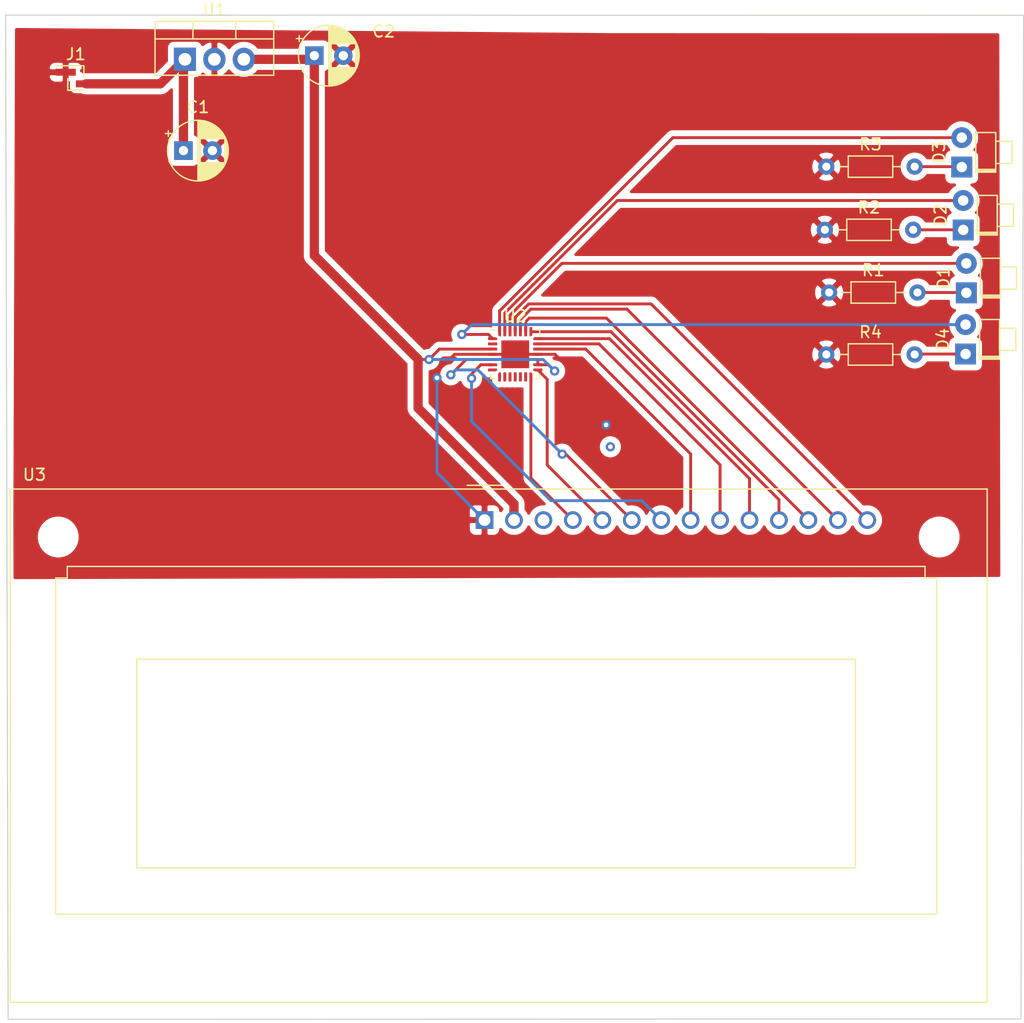
<source format=kicad_pcb>
(kicad_pcb (version 20171130) (host pcbnew 5.1.6)

  (general
    (thickness 1.6)
    (drawings 5)
    (tracks 105)
    (zones 0)
    (modules 14)
    (nets 32)
  )

  (page A4)
  (layers
    (0 F.Cu signal)
    (31 B.Cu signal)
    (32 B.Adhes user)
    (33 F.Adhes user)
    (34 B.Paste user)
    (35 F.Paste user)
    (36 B.SilkS user)
    (37 F.SilkS user)
    (38 B.Mask user)
    (39 F.Mask user)
    (40 Dwgs.User user)
    (41 Cmts.User user)
    (42 Eco1.User user)
    (43 Eco2.User user)
    (44 Edge.Cuts user)
    (45 Margin user)
    (46 B.CrtYd user)
    (47 F.CrtYd user)
    (48 B.Fab user)
    (49 F.Fab user)
  )

  (setup
    (last_trace_width 0.25)
    (user_trace_width 0.8)
    (trace_clearance 0.2)
    (zone_clearance 0.508)
    (zone_45_only no)
    (trace_min 0.2)
    (via_size 0.8)
    (via_drill 0.4)
    (via_min_size 0.4)
    (via_min_drill 0.3)
    (uvia_size 0.3)
    (uvia_drill 0.1)
    (uvias_allowed no)
    (uvia_min_size 0.2)
    (uvia_min_drill 0.1)
    (edge_width 0.05)
    (segment_width 0.2)
    (pcb_text_width 0.3)
    (pcb_text_size 1.5 1.5)
    (mod_edge_width 0.12)
    (mod_text_size 1 1)
    (mod_text_width 0.15)
    (pad_size 1.524 1.524)
    (pad_drill 0.762)
    (pad_to_mask_clearance 0.05)
    (aux_axis_origin 0 0)
    (visible_elements FFFFFF7F)
    (pcbplotparams
      (layerselection 0x010fc_ffffffff)
      (usegerberextensions false)
      (usegerberattributes true)
      (usegerberadvancedattributes true)
      (creategerberjobfile true)
      (excludeedgelayer true)
      (linewidth 0.100000)
      (plotframeref false)
      (viasonmask false)
      (mode 1)
      (useauxorigin false)
      (hpglpennumber 1)
      (hpglpenspeed 20)
      (hpglpendiameter 15.000000)
      (psnegative false)
      (psa4output false)
      (plotreference true)
      (plotvalue true)
      (plotinvisibletext false)
      (padsonsilk false)
      (subtractmaskfromsilk false)
      (outputformat 1)
      (mirror false)
      (drillshape 1)
      (scaleselection 1)
      (outputdirectory ""))
  )

  (net 0 "")
  (net 1 GND)
  (net 2 "Net-(C1-Pad1)")
  (net 3 "Net-(C2-Pad1)")
  (net 4 "Net-(D1-Pad2)")
  (net 5 "Net-(D1-Pad1)")
  (net 6 "Net-(D2-Pad2)")
  (net 7 "Net-(D2-Pad1)")
  (net 8 "Net-(D3-Pad2)")
  (net 9 "Net-(D3-Pad1)")
  (net 10 "Net-(D4-Pad2)")
  (net 11 "Net-(D4-Pad1)")
  (net 12 "Net-(U2-Pad25)")
  (net 13 "Net-(U2-Pad24)")
  (net 14 "Net-(U2-Pad23)")
  (net 15 "Net-(U2-Pad22)")
  (net 16 "Net-(U2-Pad21)")
  (net 17 "Net-(U2-Pad20)")
  (net 18 "Net-(U2-Pad19)")
  (net 19 "Net-(U2-Pad15)")
  (net 20 "Net-(U2-Pad14)")
  (net 21 "Net-(U2-Pad13)")
  (net 22 "Net-(U2-Pad12)")
  (net 23 "Net-(U2-Pad11)")
  (net 24 "Net-(U2-Pad10)")
  (net 25 "Net-(U2-Pad9)")
  (net 26 "Net-(U2-Pad8)")
  (net 27 "Net-(U2-Pad7)")
  (net 28 "Net-(U2-Pad6)")
  (net 29 "Net-(U2-Pad5)")
  (net 30 "Net-(U2-Pad2)")
  (net 31 "Net-(U3-Pad3)")

  (net_class Default "This is the default net class."
    (clearance 0.2)
    (trace_width 0.25)
    (via_dia 0.8)
    (via_drill 0.4)
    (uvia_dia 0.3)
    (uvia_drill 0.1)
    (add_net GND)
    (add_net "Net-(C1-Pad1)")
    (add_net "Net-(C2-Pad1)")
    (add_net "Net-(D1-Pad1)")
    (add_net "Net-(D1-Pad2)")
    (add_net "Net-(D2-Pad1)")
    (add_net "Net-(D2-Pad2)")
    (add_net "Net-(D3-Pad1)")
    (add_net "Net-(D3-Pad2)")
    (add_net "Net-(D4-Pad1)")
    (add_net "Net-(D4-Pad2)")
    (add_net "Net-(U2-Pad10)")
    (add_net "Net-(U2-Pad11)")
    (add_net "Net-(U2-Pad12)")
    (add_net "Net-(U2-Pad13)")
    (add_net "Net-(U2-Pad14)")
    (add_net "Net-(U2-Pad15)")
    (add_net "Net-(U2-Pad19)")
    (add_net "Net-(U2-Pad2)")
    (add_net "Net-(U2-Pad20)")
    (add_net "Net-(U2-Pad21)")
    (add_net "Net-(U2-Pad22)")
    (add_net "Net-(U2-Pad23)")
    (add_net "Net-(U2-Pad24)")
    (add_net "Net-(U2-Pad25)")
    (add_net "Net-(U2-Pad5)")
    (add_net "Net-(U2-Pad6)")
    (add_net "Net-(U2-Pad7)")
    (add_net "Net-(U2-Pad8)")
    (add_net "Net-(U2-Pad9)")
    (add_net "Net-(U3-Pad3)")
  )

  (module Display:LM16255 (layer F.Cu) (tedit 5A02FE80) (tstamp 5EFA96F8)
    (at 163.224025 64.5024)
    (descr "LCD LM16255 16x2 character http://www.datasheetlib.com/datasheet/259542/lm16255_sharp-electronics.html")
    (tags "LCD 12x2")
    (path /5EFC1C9E)
    (fp_text reference U3 (at -38.83 -3.91) (layer F.SilkS)
      (effects (font (size 1 1) (thickness 0.15)))
    )
    (fp_text value LM16255K (at -37.82 42.57 180) (layer F.Fab)
      (effects (font (size 1 1) (thickness 0.15)))
    )
    (fp_text user %R (at 0.23 21.15) (layer F.Fab)
      (effects (font (size 1 1) (thickness 0.1)))
    )
    (fp_line (start -40.92 -2.68) (end 43.36 -2.68) (layer F.SilkS) (width 0.12))
    (fp_line (start 43.36 -2.68) (end 43.36 41.6) (layer F.SilkS) (width 0.12))
    (fp_line (start 43.36 41.6) (end -40.92 41.6) (layer F.SilkS) (width 0.12))
    (fp_line (start -40.92 41.6) (end -40.92 -2.68) (layer F.SilkS) (width 0.12))
    (fp_line (start -41.03 41.71) (end -41.03 -2.79) (layer F.CrtYd) (width 0.05))
    (fp_line (start 43.47 41.71) (end -41.03 41.71) (layer F.CrtYd) (width 0.05))
    (fp_line (start 43.47 -2.79) (end 43.47 41.71) (layer F.CrtYd) (width 0.05))
    (fp_line (start -40.78 -2.54) (end -40.78 41.46) (layer F.Fab) (width 0.1))
    (fp_line (start -40.78 41.46) (end 43.22 41.46) (layer F.Fab) (width 0.1))
    (fp_line (start 43.22 -2.54) (end 43.22 41.46) (layer F.Fab) (width 0.1))
    (fp_line (start -1.5 -3) (end 1.5 -3) (layer F.SilkS) (width 0.12))
    (fp_line (start -41.03 -2.79) (end 43.47 -2.79) (layer F.CrtYd) (width 0.05))
    (fp_line (start 1 -2.54) (end 0 -1.54) (layer F.Fab) (width 0.1))
    (fp_line (start 0 -1.54) (end -1 -2.54) (layer F.Fab) (width 0.1))
    (fp_line (start -1 -2.54) (end -40.78 -2.54) (layer F.Fab) (width 0.1))
    (fp_line (start 1 -2.54) (end 43.22 -2.54) (layer F.Fab) (width 0.1))
    (fp_line (start 39 34) (end -37 34) (layer F.SilkS) (width 0.12))
    (fp_line (start -37 34) (end -37 5) (layer F.SilkS) (width 0.12))
    (fp_line (start -37 5) (end -36 5) (layer F.SilkS) (width 0.12))
    (fp_line (start -36 5) (end -36 4) (layer F.SilkS) (width 0.12))
    (fp_line (start -36 4) (end 38 4) (layer F.SilkS) (width 0.12))
    (fp_line (start 38 4) (end 38 5) (layer F.SilkS) (width 0.12))
    (fp_line (start 38 5) (end 39 5) (layer F.SilkS) (width 0.12))
    (fp_line (start 39 5) (end 39 34) (layer F.SilkS) (width 0.12))
    (fp_line (start 32 30) (end -30 30) (layer F.SilkS) (width 0.12))
    (fp_line (start -30 30) (end -30 12) (layer F.SilkS) (width 0.12))
    (fp_line (start -30 12) (end 32 12) (layer F.SilkS) (width 0.12))
    (fp_line (start 32 12) (end 32 30) (layer F.SilkS) (width 0.12))
    (pad 14 thru_hole circle (at 33.02 0 180) (size 1.524 1.524) (drill 1.016) (layers *.Cu *.Mask)
      (net 12 "Net-(U2-Pad25)"))
    (pad 13 thru_hole circle (at 30.48 0 180) (size 1.524 1.524) (drill 1.016) (layers *.Cu *.Mask)
      (net 13 "Net-(U2-Pad24)"))
    (pad 12 thru_hole circle (at 27.94 0 180) (size 1.524 1.524) (drill 1.016) (layers *.Cu *.Mask)
      (net 14 "Net-(U2-Pad23)"))
    (pad 11 thru_hole circle (at 25.4 0 180) (size 1.524 1.524) (drill 1.016) (layers *.Cu *.Mask)
      (net 15 "Net-(U2-Pad22)"))
    (pad 10 thru_hole circle (at 22.86 0 180) (size 1.524 1.524) (drill 1.016) (layers *.Cu *.Mask)
      (net 16 "Net-(U2-Pad21)"))
    (pad 9 thru_hole circle (at 20.32 0 180) (size 1.524 1.524) (drill 1.016) (layers *.Cu *.Mask)
      (net 17 "Net-(U2-Pad20)"))
    (pad 8 thru_hole circle (at 17.78 0 180) (size 1.524 1.524) (drill 1.016) (layers *.Cu *.Mask)
      (net 18 "Net-(U2-Pad19)"))
    (pad 7 thru_hole circle (at 15.24 0 180) (size 1.524 1.524) (drill 1.016) (layers *.Cu *.Mask)
      (net 28 "Net-(U2-Pad6)"))
    (pad 6 thru_hole circle (at 12.7 0 180) (size 1.524 1.524) (drill 1.016) (layers *.Cu *.Mask)
      (net 29 "Net-(U2-Pad5)"))
    (pad 5 thru_hole circle (at 10.16 0 180) (size 1.524 1.524) (drill 1.016) (layers *.Cu *.Mask)
      (net 19 "Net-(U2-Pad15)"))
    (pad 4 thru_hole circle (at 7.62 0 180) (size 1.524 1.524) (drill 1.016) (layers *.Cu *.Mask)
      (net 20 "Net-(U2-Pad14)"))
    (pad 3 thru_hole circle (at 5.08 0 180) (size 1.524 1.524) (drill 1.016) (layers *.Cu *.Mask)
      (net 31 "Net-(U3-Pad3)"))
    (pad 2 thru_hole circle (at 2.54 0 180) (size 1.524 1.524) (drill 1.016) (layers *.Cu *.Mask)
      (net 3 "Net-(C2-Pad1)"))
    (pad 1 thru_hole rect (at 0 0 180) (size 1.524 1.524) (drill 1.016) (layers *.Cu *.Mask)
      (net 1 GND))
    (pad "" np_thru_hole circle (at 39.22 1.46 180) (size 2.5 2.5) (drill 2.5) (layers *.Cu *.Mask))
    (pad "" np_thru_hole circle (at 40.72 37.46 180) (size 2.5 2.5) (drill 2.5) (layers *.Cu *.Mask))
    (pad "" np_thru_hole circle (at -36.78 1.46 180) (size 2.5 2.5) (drill 2.5) (layers *.Cu *.Mask))
    (pad "" np_thru_hole circle (at -38.28 37.46 180) (size 2.5 2.5) (drill 2.5) (layers *.Cu *.Mask))
    (model ${KISYS3DMOD}/Display.3dshapes/LM16255.wrl
      (at (xyz 0 0 0))
      (scale (xyz 1 1 1))
      (rotate (xyz 0 0 0))
    )
  )

  (module Package_DFN_QFN:QFN-28-1EP_4x4mm_P0.45mm_EP2.4x2.4mm (layer F.Cu) (tedit 5DC5F6A4) (tstamp 5EFA96C5)
    (at 165.8716 50.2)
    (descr "QFN, 28 Pin (http://ww1.microchip.com/downloads/en/DeviceDoc/8008S.pdf#page=16), generated with kicad-footprint-generator ipc_noLead_generator.py")
    (tags "QFN NoLead")
    (path /5EFA73AD)
    (attr smd)
    (fp_text reference U2 (at 0 -3.3) (layer F.SilkS)
      (effects (font (size 1 1) (thickness 0.15)))
    )
    (fp_text value ATmega328P-MMH (at 0 3.3) (layer F.Fab)
      (effects (font (size 1 1) (thickness 0.15)))
    )
    (fp_text user %R (at 0 0 90) (layer F.Fab)
      (effects (font (size 1 1) (thickness 0.15)))
    )
    (fp_line (start 1.735 -2.11) (end 2.11 -2.11) (layer F.SilkS) (width 0.12))
    (fp_line (start 2.11 -2.11) (end 2.11 -1.735) (layer F.SilkS) (width 0.12))
    (fp_line (start -1.735 2.11) (end -2.11 2.11) (layer F.SilkS) (width 0.12))
    (fp_line (start -2.11 2.11) (end -2.11 1.735) (layer F.SilkS) (width 0.12))
    (fp_line (start 1.735 2.11) (end 2.11 2.11) (layer F.SilkS) (width 0.12))
    (fp_line (start 2.11 2.11) (end 2.11 1.735) (layer F.SilkS) (width 0.12))
    (fp_line (start -1.735 -2.11) (end -2.11 -2.11) (layer F.SilkS) (width 0.12))
    (fp_line (start -1 -2) (end 2 -2) (layer F.Fab) (width 0.1))
    (fp_line (start 2 -2) (end 2 2) (layer F.Fab) (width 0.1))
    (fp_line (start 2 2) (end -2 2) (layer F.Fab) (width 0.1))
    (fp_line (start -2 2) (end -2 -1) (layer F.Fab) (width 0.1))
    (fp_line (start -2 -1) (end -1 -2) (layer F.Fab) (width 0.1))
    (fp_line (start -2.6 -2.6) (end -2.6 2.6) (layer F.CrtYd) (width 0.05))
    (fp_line (start -2.6 2.6) (end 2.6 2.6) (layer F.CrtYd) (width 0.05))
    (fp_line (start 2.6 2.6) (end 2.6 -2.6) (layer F.CrtYd) (width 0.05))
    (fp_line (start 2.6 -2.6) (end -2.6 -2.6) (layer F.CrtYd) (width 0.05))
    (pad "" smd roundrect (at 0.6 0.6) (size 0.97 0.97) (layers F.Paste) (roundrect_rratio 0.25))
    (pad "" smd roundrect (at 0.6 -0.6) (size 0.97 0.97) (layers F.Paste) (roundrect_rratio 0.25))
    (pad "" smd roundrect (at -0.6 0.6) (size 0.97 0.97) (layers F.Paste) (roundrect_rratio 0.25))
    (pad "" smd roundrect (at -0.6 -0.6) (size 0.97 0.97) (layers F.Paste) (roundrect_rratio 0.25))
    (pad 29 smd rect (at 0 0) (size 2.4 2.4) (layers F.Cu F.Mask)
      (net 1 GND))
    (pad 28 smd custom (at -1.35 -1.95) (size 0.179289 0.179289) (layers F.Cu F.Paste F.Mask)
      (net 8 "Net-(D3-Pad2)")
      (options (clearance outline) (anchor circle))
      (primitives
        (gr_poly (pts
           (xy -0.0625 -0.3375) (xy 0.0625 -0.3375) (xy 0.0625 0.3375) (xy 0.000888 0.3375) (xy -0.0625 0.274112)
) (width 0.125))
      ))
    (pad 27 smd roundrect (at -0.9 -1.95) (size 0.25 0.8) (layers F.Cu F.Paste F.Mask) (roundrect_rratio 0.25)
      (net 6 "Net-(D2-Pad2)"))
    (pad 26 smd roundrect (at -0.45 -1.95) (size 0.25 0.8) (layers F.Cu F.Paste F.Mask) (roundrect_rratio 0.25)
      (net 4 "Net-(D1-Pad2)"))
    (pad 25 smd roundrect (at 0 -1.95) (size 0.25 0.8) (layers F.Cu F.Paste F.Mask) (roundrect_rratio 0.25)
      (net 12 "Net-(U2-Pad25)"))
    (pad 24 smd roundrect (at 0.45 -1.95) (size 0.25 0.8) (layers F.Cu F.Paste F.Mask) (roundrect_rratio 0.25)
      (net 13 "Net-(U2-Pad24)"))
    (pad 23 smd roundrect (at 0.9 -1.95) (size 0.25 0.8) (layers F.Cu F.Paste F.Mask) (roundrect_rratio 0.25)
      (net 14 "Net-(U2-Pad23)"))
    (pad 22 smd custom (at 1.35 -1.95) (size 0.179289 0.179289) (layers F.Cu F.Paste F.Mask)
      (net 15 "Net-(U2-Pad22)")
      (options (clearance outline) (anchor circle))
      (primitives
        (gr_poly (pts
           (xy -0.0625 -0.3375) (xy 0.0625 -0.3375) (xy 0.0625 0.274112) (xy -0.000888 0.3375) (xy -0.0625 0.3375)
) (width 0.125))
      ))
    (pad 21 smd custom (at 1.95 -1.35) (size 0.179289 0.179289) (layers F.Cu F.Paste F.Mask)
      (net 16 "Net-(U2-Pad21)")
      (options (clearance outline) (anchor circle))
      (primitives
        (gr_poly (pts
           (xy -0.3375 0.000888) (xy -0.274112 -0.0625) (xy 0.3375 -0.0625) (xy 0.3375 0.0625) (xy -0.3375 0.0625)
) (width 0.125))
      ))
    (pad 20 smd roundrect (at 1.95 -0.9) (size 0.8 0.25) (layers F.Cu F.Paste F.Mask) (roundrect_rratio 0.25)
      (net 17 "Net-(U2-Pad20)"))
    (pad 19 smd roundrect (at 1.95 -0.45) (size 0.8 0.25) (layers F.Cu F.Paste F.Mask) (roundrect_rratio 0.25)
      (net 18 "Net-(U2-Pad19)"))
    (pad 18 smd roundrect (at 1.95 0) (size 0.8 0.25) (layers F.Cu F.Paste F.Mask) (roundrect_rratio 0.25)
      (net 1 GND))
    (pad 17 smd roundrect (at 1.95 0.45) (size 0.8 0.25) (layers F.Cu F.Paste F.Mask) (roundrect_rratio 0.25)
      (net 3 "Net-(C2-Pad1)"))
    (pad 16 smd roundrect (at 1.95 0.9) (size 0.8 0.25) (layers F.Cu F.Paste F.Mask) (roundrect_rratio 0.25)
      (net 3 "Net-(C2-Pad1)"))
    (pad 15 smd custom (at 1.95 1.35) (size 0.179289 0.179289) (layers F.Cu F.Paste F.Mask)
      (net 19 "Net-(U2-Pad15)")
      (options (clearance outline) (anchor circle))
      (primitives
        (gr_poly (pts
           (xy -0.3375 -0.0625) (xy 0.3375 -0.0625) (xy 0.3375 0.0625) (xy -0.274112 0.0625) (xy -0.3375 -0.000888)
) (width 0.125))
      ))
    (pad 14 smd custom (at 1.35 1.95) (size 0.179289 0.179289) (layers F.Cu F.Paste F.Mask)
      (net 20 "Net-(U2-Pad14)")
      (options (clearance outline) (anchor circle))
      (primitives
        (gr_poly (pts
           (xy -0.0625 -0.3375) (xy -0.000888 -0.3375) (xy 0.0625 -0.274112) (xy 0.0625 0.3375) (xy -0.0625 0.3375)
) (width 0.125))
      ))
    (pad 13 smd roundrect (at 0.9 1.95) (size 0.25 0.8) (layers F.Cu F.Paste F.Mask) (roundrect_rratio 0.25)
      (net 21 "Net-(U2-Pad13)"))
    (pad 12 smd roundrect (at 0.45 1.95) (size 0.25 0.8) (layers F.Cu F.Paste F.Mask) (roundrect_rratio 0.25)
      (net 22 "Net-(U2-Pad12)"))
    (pad 11 smd roundrect (at 0 1.95) (size 0.25 0.8) (layers F.Cu F.Paste F.Mask) (roundrect_rratio 0.25)
      (net 23 "Net-(U2-Pad11)"))
    (pad 10 smd roundrect (at -0.45 1.95) (size 0.25 0.8) (layers F.Cu F.Paste F.Mask) (roundrect_rratio 0.25)
      (net 24 "Net-(U2-Pad10)"))
    (pad 9 smd roundrect (at -0.9 1.95) (size 0.25 0.8) (layers F.Cu F.Paste F.Mask) (roundrect_rratio 0.25)
      (net 25 "Net-(U2-Pad9)"))
    (pad 8 smd custom (at -1.35 1.95) (size 0.179289 0.179289) (layers F.Cu F.Paste F.Mask)
      (net 26 "Net-(U2-Pad8)")
      (options (clearance outline) (anchor circle))
      (primitives
        (gr_poly (pts
           (xy -0.0625 -0.274112) (xy 0.000888 -0.3375) (xy 0.0625 -0.3375) (xy 0.0625 0.3375) (xy -0.0625 0.3375)
) (width 0.125))
      ))
    (pad 7 smd custom (at -1.95 1.35) (size 0.179289 0.179289) (layers F.Cu F.Paste F.Mask)
      (net 27 "Net-(U2-Pad7)")
      (options (clearance outline) (anchor circle))
      (primitives
        (gr_poly (pts
           (xy -0.3375 -0.0625) (xy 0.3375 -0.0625) (xy 0.3375 -0.000888) (xy 0.274112 0.0625) (xy -0.3375 0.0625)
) (width 0.125))
      ))
    (pad 6 smd roundrect (at -1.95 0.9) (size 0.8 0.25) (layers F.Cu F.Paste F.Mask) (roundrect_rratio 0.25)
      (net 28 "Net-(U2-Pad6)"))
    (pad 5 smd roundrect (at -1.95 0.45) (size 0.8 0.25) (layers F.Cu F.Paste F.Mask) (roundrect_rratio 0.25)
      (net 29 "Net-(U2-Pad5)"))
    (pad 4 smd roundrect (at -1.95 0) (size 0.8 0.25) (layers F.Cu F.Paste F.Mask) (roundrect_rratio 0.25)
      (net 1 GND))
    (pad 3 smd roundrect (at -1.95 -0.45) (size 0.8 0.25) (layers F.Cu F.Paste F.Mask) (roundrect_rratio 0.25)
      (net 3 "Net-(C2-Pad1)"))
    (pad 2 smd roundrect (at -1.95 -0.9) (size 0.8 0.25) (layers F.Cu F.Paste F.Mask) (roundrect_rratio 0.25)
      (net 30 "Net-(U2-Pad2)"))
    (pad 1 smd custom (at -1.95 -1.35) (size 0.179289 0.179289) (layers F.Cu F.Paste F.Mask)
      (net 10 "Net-(D4-Pad2)")
      (options (clearance outline) (anchor circle))
      (primitives
        (gr_poly (pts
           (xy -0.3375 -0.0625) (xy 0.274112 -0.0625) (xy 0.3375 0.000888) (xy 0.3375 0.0625) (xy -0.3375 0.0625)
) (width 0.125))
      ))
    (model ${KISYS3DMOD}/Package_DFN_QFN.3dshapes/QFN-28-1EP_4x4mm_P0.45mm_EP2.4x2.4mm.wrl
      (at (xyz 0 0 0))
      (scale (xyz 1 1 1))
      (rotate (xyz 0 0 0))
    )
  )

  (module Package_TO_SOT_THT:TO-220-3_Vertical (layer F.Cu) (tedit 5AC8BA0D) (tstamp 5EFA968F)
    (at 137.3759 24.7523)
    (descr "TO-220-3, Vertical, RM 2.54mm, see https://www.vishay.com/docs/66542/to-220-1.pdf")
    (tags "TO-220-3 Vertical RM 2.54mm")
    (path /5EFA9533)
    (fp_text reference U1 (at 2.54 -4.27) (layer F.SilkS)
      (effects (font (size 1 1) (thickness 0.15)))
    )
    (fp_text value LM7805_TO220 (at 2.54 2.5) (layer F.Fab) hide
      (effects (font (size 1 1) (thickness 0.15)))
    )
    (fp_text user %R (at 2.54 -4.27) (layer F.Fab) hide
      (effects (font (size 1 1) (thickness 0.15)))
    )
    (fp_line (start -2.46 -3.15) (end -2.46 1.25) (layer F.Fab) (width 0.1))
    (fp_line (start -2.46 1.25) (end 7.54 1.25) (layer F.Fab) (width 0.1))
    (fp_line (start 7.54 1.25) (end 7.54 -3.15) (layer F.Fab) (width 0.1))
    (fp_line (start 7.54 -3.15) (end -2.46 -3.15) (layer F.Fab) (width 0.1))
    (fp_line (start -2.46 -1.88) (end 7.54 -1.88) (layer F.Fab) (width 0.1))
    (fp_line (start 0.69 -3.15) (end 0.69 -1.88) (layer F.Fab) (width 0.1))
    (fp_line (start 4.39 -3.15) (end 4.39 -1.88) (layer F.Fab) (width 0.1))
    (fp_line (start -2.58 -3.27) (end 7.66 -3.27) (layer F.SilkS) (width 0.12))
    (fp_line (start -2.58 1.371) (end 7.66 1.371) (layer F.SilkS) (width 0.12))
    (fp_line (start -2.58 -3.27) (end -2.58 1.371) (layer F.SilkS) (width 0.12))
    (fp_line (start 7.66 -3.27) (end 7.66 1.371) (layer F.SilkS) (width 0.12))
    (fp_line (start -2.58 -1.76) (end 7.66 -1.76) (layer F.SilkS) (width 0.12))
    (fp_line (start 0.69 -3.27) (end 0.69 -1.76) (layer F.SilkS) (width 0.12))
    (fp_line (start 4.391 -3.27) (end 4.391 -1.76) (layer F.SilkS) (width 0.12))
    (fp_line (start -2.71 -3.4) (end -2.71 1.51) (layer F.CrtYd) (width 0.05))
    (fp_line (start -2.71 1.51) (end 7.79 1.51) (layer F.CrtYd) (width 0.05))
    (fp_line (start 7.79 1.51) (end 7.79 -3.4) (layer F.CrtYd) (width 0.05))
    (fp_line (start 7.79 -3.4) (end -2.71 -3.4) (layer F.CrtYd) (width 0.05))
    (pad 3 thru_hole oval (at 5.08 0) (size 1.905 2) (drill 1.1) (layers *.Cu *.Mask)
      (net 3 "Net-(C2-Pad1)"))
    (pad 2 thru_hole oval (at 2.54 0) (size 1.905 2) (drill 1.1) (layers *.Cu *.Mask)
      (net 1 GND))
    (pad 1 thru_hole rect (at 0 0) (size 1.905 2) (drill 1.1) (layers *.Cu *.Mask)
      (net 2 "Net-(C1-Pad1)"))
    (model ${KISYS3DMOD}/Package_TO_SOT_THT.3dshapes/TO-220-3_Vertical.wrl
      (at (xyz 0 0 0))
      (scale (xyz 1 1 1))
      (rotate (xyz 0 0 0))
    )
  )

  (module Resistor_THT:R_Axial_DIN0204_L3.6mm_D1.6mm_P7.62mm_Horizontal (layer F.Cu) (tedit 5AE5139B) (tstamp 5EFA9675)
    (at 192.7098 50.2158)
    (descr "Resistor, Axial_DIN0204 series, Axial, Horizontal, pin pitch=7.62mm, 0.167W, length*diameter=3.6*1.6mm^2, http://cdn-reichelt.de/documents/datenblatt/B400/1_4W%23YAG.pdf")
    (tags "Resistor Axial_DIN0204 series Axial Horizontal pin pitch 7.62mm 0.167W length 3.6mm diameter 1.6mm")
    (path /5EFECCC6)
    (fp_text reference R4 (at 3.81 -1.92) (layer F.SilkS)
      (effects (font (size 1 1) (thickness 0.15)))
    )
    (fp_text value R_Small (at 3.81 1.92) (layer F.Fab) hide
      (effects (font (size 1 1) (thickness 0.15)))
    )
    (fp_text user %R (at 3.81 0) (layer F.Fab) hide
      (effects (font (size 0.72 0.72) (thickness 0.108)))
    )
    (fp_line (start 2.01 -0.8) (end 2.01 0.8) (layer F.Fab) (width 0.1))
    (fp_line (start 2.01 0.8) (end 5.61 0.8) (layer F.Fab) (width 0.1))
    (fp_line (start 5.61 0.8) (end 5.61 -0.8) (layer F.Fab) (width 0.1))
    (fp_line (start 5.61 -0.8) (end 2.01 -0.8) (layer F.Fab) (width 0.1))
    (fp_line (start 0 0) (end 2.01 0) (layer F.Fab) (width 0.1))
    (fp_line (start 7.62 0) (end 5.61 0) (layer F.Fab) (width 0.1))
    (fp_line (start 1.89 -0.92) (end 1.89 0.92) (layer F.SilkS) (width 0.12))
    (fp_line (start 1.89 0.92) (end 5.73 0.92) (layer F.SilkS) (width 0.12))
    (fp_line (start 5.73 0.92) (end 5.73 -0.92) (layer F.SilkS) (width 0.12))
    (fp_line (start 5.73 -0.92) (end 1.89 -0.92) (layer F.SilkS) (width 0.12))
    (fp_line (start 0.94 0) (end 1.89 0) (layer F.SilkS) (width 0.12))
    (fp_line (start 6.68 0) (end 5.73 0) (layer F.SilkS) (width 0.12))
    (fp_line (start -0.95 -1.05) (end -0.95 1.05) (layer F.CrtYd) (width 0.05))
    (fp_line (start -0.95 1.05) (end 8.57 1.05) (layer F.CrtYd) (width 0.05))
    (fp_line (start 8.57 1.05) (end 8.57 -1.05) (layer F.CrtYd) (width 0.05))
    (fp_line (start 8.57 -1.05) (end -0.95 -1.05) (layer F.CrtYd) (width 0.05))
    (pad 2 thru_hole oval (at 7.62 0) (size 1.4 1.4) (drill 0.7) (layers *.Cu *.Mask)
      (net 11 "Net-(D4-Pad1)"))
    (pad 1 thru_hole circle (at 0 0) (size 1.4 1.4) (drill 0.7) (layers *.Cu *.Mask)
      (net 1 GND))
    (model ${KISYS3DMOD}/Resistor_THT.3dshapes/R_Axial_DIN0204_L3.6mm_D1.6mm_P7.62mm_Horizontal.wrl
      (at (xyz 0 0 0))
      (scale (xyz 1 1 1))
      (rotate (xyz 0 0 0))
    )
  )

  (module Resistor_THT:R_Axial_DIN0204_L3.6mm_D1.6mm_P7.62mm_Horizontal (layer F.Cu) (tedit 5AE5139B) (tstamp 5EFA965E)
    (at 192.7098 34.0106)
    (descr "Resistor, Axial_DIN0204 series, Axial, Horizontal, pin pitch=7.62mm, 0.167W, length*diameter=3.6*1.6mm^2, http://cdn-reichelt.de/documents/datenblatt/B400/1_4W%23YAG.pdf")
    (tags "Resistor Axial_DIN0204 series Axial Horizontal pin pitch 7.62mm 0.167W length 3.6mm diameter 1.6mm")
    (path /5EFEC179)
    (fp_text reference R3 (at 3.81 -1.92) (layer F.SilkS)
      (effects (font (size 1 1) (thickness 0.15)))
    )
    (fp_text value R_Small (at 3.81 1.92) (layer F.Fab) hide
      (effects (font (size 1 1) (thickness 0.15)))
    )
    (fp_text user %R (at 4.884675 0.1596) (layer F.Fab) hide
      (effects (font (size 0.72 0.72) (thickness 0.108)))
    )
    (fp_line (start 2.01 -0.8) (end 2.01 0.8) (layer F.Fab) (width 0.1))
    (fp_line (start 2.01 0.8) (end 5.61 0.8) (layer F.Fab) (width 0.1))
    (fp_line (start 5.61 0.8) (end 5.61 -0.8) (layer F.Fab) (width 0.1))
    (fp_line (start 5.61 -0.8) (end 2.01 -0.8) (layer F.Fab) (width 0.1))
    (fp_line (start 0 0) (end 2.01 0) (layer F.Fab) (width 0.1))
    (fp_line (start 7.62 0) (end 5.61 0) (layer F.Fab) (width 0.1))
    (fp_line (start 1.89 -0.92) (end 1.89 0.92) (layer F.SilkS) (width 0.12))
    (fp_line (start 1.89 0.92) (end 5.73 0.92) (layer F.SilkS) (width 0.12))
    (fp_line (start 5.73 0.92) (end 5.73 -0.92) (layer F.SilkS) (width 0.12))
    (fp_line (start 5.73 -0.92) (end 1.89 -0.92) (layer F.SilkS) (width 0.12))
    (fp_line (start 0.94 0) (end 1.89 0) (layer F.SilkS) (width 0.12))
    (fp_line (start 6.68 0) (end 5.73 0) (layer F.SilkS) (width 0.12))
    (fp_line (start -0.95 -1.05) (end -0.95 1.05) (layer F.CrtYd) (width 0.05))
    (fp_line (start -0.95 1.05) (end 8.57 1.05) (layer F.CrtYd) (width 0.05))
    (fp_line (start 8.57 1.05) (end 8.57 -1.05) (layer F.CrtYd) (width 0.05))
    (fp_line (start 8.57 -1.05) (end -0.95 -1.05) (layer F.CrtYd) (width 0.05))
    (pad 2 thru_hole oval (at 7.62 0) (size 1.4 1.4) (drill 0.7) (layers *.Cu *.Mask)
      (net 9 "Net-(D3-Pad1)"))
    (pad 1 thru_hole circle (at 0 0) (size 1.4 1.4) (drill 0.7) (layers *.Cu *.Mask)
      (net 1 GND))
    (model ${KISYS3DMOD}/Resistor_THT.3dshapes/R_Axial_DIN0204_L3.6mm_D1.6mm_P7.62mm_Horizontal.wrl
      (at (xyz 0 0 0))
      (scale (xyz 1 1 1))
      (rotate (xyz 0 0 0))
    )
  )

  (module Resistor_THT:R_Axial_DIN0204_L3.6mm_D1.6mm_P7.62mm_Horizontal (layer F.Cu) (tedit 5AE5139B) (tstamp 5EFA9647)
    (at 192.5828 39.4589)
    (descr "Resistor, Axial_DIN0204 series, Axial, Horizontal, pin pitch=7.62mm, 0.167W, length*diameter=3.6*1.6mm^2, http://cdn-reichelt.de/documents/datenblatt/B400/1_4W%23YAG.pdf")
    (tags "Resistor Axial_DIN0204 series Axial Horizontal pin pitch 7.62mm 0.167W length 3.6mm diameter 1.6mm")
    (path /5EFEB9B8)
    (fp_text reference R2 (at 3.81 -1.92) (layer F.SilkS)
      (effects (font (size 1 1) (thickness 0.15)))
    )
    (fp_text value R_Small (at 3.81 1.92) (layer F.Fab) hide
      (effects (font (size 1 1) (thickness 0.15)))
    )
    (fp_text user %R (at 3.81 0) (layer F.Fab) hide
      (effects (font (size 0.72 0.72) (thickness 0.108)))
    )
    (fp_line (start 2.01 -0.8) (end 2.01 0.8) (layer F.Fab) (width 0.1))
    (fp_line (start 2.01 0.8) (end 5.61 0.8) (layer F.Fab) (width 0.1))
    (fp_line (start 5.61 0.8) (end 5.61 -0.8) (layer F.Fab) (width 0.1))
    (fp_line (start 5.61 -0.8) (end 2.01 -0.8) (layer F.Fab) (width 0.1))
    (fp_line (start 0 0) (end 2.01 0) (layer F.Fab) (width 0.1))
    (fp_line (start 7.62 0) (end 5.61 0) (layer F.Fab) (width 0.1))
    (fp_line (start 1.89 -0.92) (end 1.89 0.92) (layer F.SilkS) (width 0.12))
    (fp_line (start 1.89 0.92) (end 5.73 0.92) (layer F.SilkS) (width 0.12))
    (fp_line (start 5.73 0.92) (end 5.73 -0.92) (layer F.SilkS) (width 0.12))
    (fp_line (start 5.73 -0.92) (end 1.89 -0.92) (layer F.SilkS) (width 0.12))
    (fp_line (start 0.94 0) (end 1.89 0) (layer F.SilkS) (width 0.12))
    (fp_line (start 6.68 0) (end 5.73 0) (layer F.SilkS) (width 0.12))
    (fp_line (start -0.95 -1.05) (end -0.95 1.05) (layer F.CrtYd) (width 0.05))
    (fp_line (start -0.95 1.05) (end 8.57 1.05) (layer F.CrtYd) (width 0.05))
    (fp_line (start 8.57 1.05) (end 8.57 -1.05) (layer F.CrtYd) (width 0.05))
    (fp_line (start 8.57 -1.05) (end -0.95 -1.05) (layer F.CrtYd) (width 0.05))
    (pad 2 thru_hole oval (at 7.62 0) (size 1.4 1.4) (drill 0.7) (layers *.Cu *.Mask)
      (net 7 "Net-(D2-Pad1)"))
    (pad 1 thru_hole circle (at 0 0) (size 1.4 1.4) (drill 0.7) (layers *.Cu *.Mask)
      (net 1 GND))
    (model ${KISYS3DMOD}/Resistor_THT.3dshapes/R_Axial_DIN0204_L3.6mm_D1.6mm_P7.62mm_Horizontal.wrl
      (at (xyz 0 0 0))
      (scale (xyz 1 1 1))
      (rotate (xyz 0 0 0))
    )
  )

  (module Resistor_THT:R_Axial_DIN0204_L3.6mm_D1.6mm_P7.62mm_Horizontal (layer F.Cu) (tedit 5AE5139B) (tstamp 5EFA9630)
    (at 192.9511 44.8691)
    (descr "Resistor, Axial_DIN0204 series, Axial, Horizontal, pin pitch=7.62mm, 0.167W, length*diameter=3.6*1.6mm^2, http://cdn-reichelt.de/documents/datenblatt/B400/1_4W%23YAG.pdf")
    (tags "Resistor Axial_DIN0204 series Axial Horizontal pin pitch 7.62mm 0.167W length 3.6mm diameter 1.6mm")
    (path /5EFDB685)
    (fp_text reference R1 (at 3.81 -1.92) (layer F.SilkS)
      (effects (font (size 1 1) (thickness 0.15)))
    )
    (fp_text value R_Small (at 3.81 1.92) (layer F.Fab) hide
      (effects (font (size 1 1) (thickness 0.15)))
    )
    (fp_text user %R (at 3.81 0) (layer F.Fab) hide
      (effects (font (size 0.72 0.72) (thickness 0.108)))
    )
    (fp_line (start 2.01 -0.8) (end 2.01 0.8) (layer F.Fab) (width 0.1))
    (fp_line (start 2.01 0.8) (end 5.61 0.8) (layer F.Fab) (width 0.1))
    (fp_line (start 5.61 0.8) (end 5.61 -0.8) (layer F.Fab) (width 0.1))
    (fp_line (start 5.61 -0.8) (end 2.01 -0.8) (layer F.Fab) (width 0.1))
    (fp_line (start 0 0) (end 2.01 0) (layer F.Fab) (width 0.1))
    (fp_line (start 7.62 0) (end 5.61 0) (layer F.Fab) (width 0.1))
    (fp_line (start 1.89 -0.92) (end 1.89 0.92) (layer F.SilkS) (width 0.12))
    (fp_line (start 1.89 0.92) (end 5.73 0.92) (layer F.SilkS) (width 0.12))
    (fp_line (start 5.73 0.92) (end 5.73 -0.92) (layer F.SilkS) (width 0.12))
    (fp_line (start 5.73 -0.92) (end 1.89 -0.92) (layer F.SilkS) (width 0.12))
    (fp_line (start 0.94 0) (end 1.89 0) (layer F.SilkS) (width 0.12))
    (fp_line (start 6.68 0) (end 5.73 0) (layer F.SilkS) (width 0.12))
    (fp_line (start -0.95 -1.05) (end -0.95 1.05) (layer F.CrtYd) (width 0.05))
    (fp_line (start -0.95 1.05) (end 8.57 1.05) (layer F.CrtYd) (width 0.05))
    (fp_line (start 8.57 1.05) (end 8.57 -1.05) (layer F.CrtYd) (width 0.05))
    (fp_line (start 8.57 -1.05) (end -0.95 -1.05) (layer F.CrtYd) (width 0.05))
    (pad 2 thru_hole oval (at 7.62 0) (size 1.4 1.4) (drill 0.7) (layers *.Cu *.Mask)
      (net 5 "Net-(D1-Pad1)"))
    (pad 1 thru_hole circle (at 0 0) (size 1.4 1.4) (drill 0.7) (layers *.Cu *.Mask)
      (net 1 GND))
    (model ${KISYS3DMOD}/Resistor_THT.3dshapes/R_Axial_DIN0204_L3.6mm_D1.6mm_P7.62mm_Horizontal.wrl
      (at (xyz 0 0 0))
      (scale (xyz 1 1 1))
      (rotate (xyz 0 0 0))
    )
  )

  (module Connector_PinHeader_1.00mm:PinHeader_1x02_P1.00mm_Vertical_SMD_Pin1Left (layer F.Cu) (tedit 59FED738) (tstamp 5EFA9619)
    (at 127.9652 26.3652)
    (descr "surface-mounted straight pin header, 1x02, 1.00mm pitch, single row, style 1 (pin 1 left)")
    (tags "Surface mounted pin header SMD 1x02 1.00mm single row style1 pin1 left")
    (path /5EFB2621)
    (attr smd)
    (fp_text reference J1 (at 0 -2.06) (layer F.SilkS)
      (effects (font (size 1 1) (thickness 0.15)))
    )
    (fp_text value Conn_01x02 (at 0 2.06) (layer F.Fab) hide
      (effects (font (size 1 1) (thickness 0.15)))
    )
    (fp_text user %R (at 0.467475 0.64 90) (layer F.Fab)
      (effects (font (size 1 1) (thickness 0.15)))
    )
    (fp_line (start 0.635 1) (end -0.635 1) (layer F.Fab) (width 0.1))
    (fp_line (start -0.285 -1) (end 0.635 -1) (layer F.Fab) (width 0.1))
    (fp_line (start -0.635 1) (end -0.635 -0.65) (layer F.Fab) (width 0.1))
    (fp_line (start -0.635 -0.65) (end -0.285 -1) (layer F.Fab) (width 0.1))
    (fp_line (start 0.635 -1) (end 0.635 1) (layer F.Fab) (width 0.1))
    (fp_line (start -0.635 -0.65) (end -1.25 -0.65) (layer F.Fab) (width 0.1))
    (fp_line (start -1.25 -0.65) (end -1.25 -0.35) (layer F.Fab) (width 0.1))
    (fp_line (start -1.25 -0.35) (end -0.635 -0.35) (layer F.Fab) (width 0.1))
    (fp_line (start 0.635 0.35) (end 1.25 0.35) (layer F.Fab) (width 0.1))
    (fp_line (start 1.25 0.35) (end 1.25 0.65) (layer F.Fab) (width 0.1))
    (fp_line (start 1.25 0.65) (end 0.635 0.65) (layer F.Fab) (width 0.1))
    (fp_line (start -0.695 -1.06) (end 0.695 -1.06) (layer F.SilkS) (width 0.12))
    (fp_line (start -0.695 1.06) (end 0.695 1.06) (layer F.SilkS) (width 0.12))
    (fp_line (start -0.695 -1.06) (end -1.69 -1.06) (layer F.SilkS) (width 0.12))
    (fp_line (start -0.695 -1.06) (end -0.695 -1.06) (layer F.SilkS) (width 0.12))
    (fp_line (start 0.695 1.06) (end 0.695 1.06) (layer F.SilkS) (width 0.12))
    (fp_line (start 0.695 -1.06) (end 0.695 -0.06) (layer F.SilkS) (width 0.12))
    (fp_line (start -0.695 0.06) (end -0.695 1.06) (layer F.SilkS) (width 0.12))
    (fp_line (start -2.25 -1.5) (end -2.25 1.5) (layer F.CrtYd) (width 0.05))
    (fp_line (start -2.25 1.5) (end 2.25 1.5) (layer F.CrtYd) (width 0.05))
    (fp_line (start 2.25 1.5) (end 2.25 -1.5) (layer F.CrtYd) (width 0.05))
    (fp_line (start 2.25 -1.5) (end -2.25 -1.5) (layer F.CrtYd) (width 0.05))
    (pad 2 smd rect (at 0.875 0.5) (size 1.75 0.6) (layers F.Cu F.Paste F.Mask)
      (net 2 "Net-(C1-Pad1)"))
    (pad 1 smd rect (at -0.875 -0.5) (size 1.75 0.6) (layers F.Cu F.Paste F.Mask)
      (net 1 GND))
    (model ${KISYS3DMOD}/Connector_PinHeader_1.00mm.3dshapes/PinHeader_1x02_P1.00mm_Vertical_SMD_Pin1Left.wrl
      (at (xyz 0 0 0))
      (scale (xyz 1 1 1))
      (rotate (xyz 0 0 0))
    )
  )

  (module LED_THT:LED_D1.8mm_W1.8mm_H2.4mm_Horizontal_O1.27mm_Z1.6mm (layer F.Cu) (tedit 5880A863) (tstamp 5EFA95FC)
    (at 204.724 50.1777 90)
    (descr "LED, ,  diameter 1.8mm size 1.8x2.4mm^2 z-position of LED center 1.6mm, 2 pins")
    (tags "LED   diameter 1.8mm size 1.8x2.4mm^2 z-position of LED center 1.6mm 2 pins")
    (path /5EFECCC0)
    (fp_text reference D4 (at 1.27 -1.96 90) (layer F.SilkS)
      (effects (font (size 1 1) (thickness 0.15)))
    )
    (fp_text value LED (at 1.27 5.33 90) (layer F.Fab) hide
      (effects (font (size 1 1) (thickness 0.15)))
    )
    (fp_line (start -0.38 1.27) (end -0.38 2.87) (layer F.Fab) (width 0.1))
    (fp_line (start -0.38 2.87) (end 2.92 2.87) (layer F.Fab) (width 0.1))
    (fp_line (start 2.92 2.87) (end 2.92 1.27) (layer F.Fab) (width 0.1))
    (fp_line (start 2.92 1.27) (end -0.38 1.27) (layer F.Fab) (width 0.1))
    (fp_line (start 0.37 2.87) (end 0.37 4.27) (layer F.Fab) (width 0.1))
    (fp_line (start 0.37 4.27) (end 2.17 4.27) (layer F.Fab) (width 0.1))
    (fp_line (start 2.17 4.27) (end 2.17 2.87) (layer F.Fab) (width 0.1))
    (fp_line (start 2.17 2.87) (end 0.37 2.87) (layer F.Fab) (width 0.1))
    (fp_line (start 0 0) (end 0 1.27) (layer F.Fab) (width 0.1))
    (fp_line (start 0 1.27) (end 0 1.27) (layer F.Fab) (width 0.1))
    (fp_line (start 0 1.27) (end 0 0) (layer F.Fab) (width 0.1))
    (fp_line (start 0 0) (end 0 0) (layer F.Fab) (width 0.1))
    (fp_line (start 2.54 0) (end 2.54 1.27) (layer F.Fab) (width 0.1))
    (fp_line (start 2.54 1.27) (end 2.54 1.27) (layer F.Fab) (width 0.1))
    (fp_line (start 2.54 1.27) (end 2.54 0) (layer F.Fab) (width 0.1))
    (fp_line (start 2.54 0) (end 2.54 0) (layer F.Fab) (width 0.1))
    (fp_line (start -0.44 1.21) (end -0.44 2.93) (layer F.SilkS) (width 0.12))
    (fp_line (start -0.44 2.93) (end 2.98 2.93) (layer F.SilkS) (width 0.12))
    (fp_line (start 2.98 2.93) (end 2.98 1.21) (layer F.SilkS) (width 0.12))
    (fp_line (start 2.98 1.21) (end -0.44 1.21) (layer F.SilkS) (width 0.12))
    (fp_line (start -0.32 1.21) (end -0.32 2.93) (layer F.SilkS) (width 0.12))
    (fp_line (start -0.2 1.21) (end -0.2 2.93) (layer F.SilkS) (width 0.12))
    (fp_line (start 0.31 2.93) (end 0.31 4.33) (layer F.SilkS) (width 0.12))
    (fp_line (start 0.31 4.33) (end 2.23 4.33) (layer F.SilkS) (width 0.12))
    (fp_line (start 2.23 4.33) (end 2.23 2.93) (layer F.SilkS) (width 0.12))
    (fp_line (start 2.23 2.93) (end 0.31 2.93) (layer F.SilkS) (width 0.12))
    (fp_line (start 0 1.08) (end 0 1.21) (layer F.SilkS) (width 0.12))
    (fp_line (start 0 1.21) (end 0 1.21) (layer F.SilkS) (width 0.12))
    (fp_line (start 0 1.21) (end 0 1.08) (layer F.SilkS) (width 0.12))
    (fp_line (start 0 1.08) (end 0 1.08) (layer F.SilkS) (width 0.12))
    (fp_line (start 2.54 1.08) (end 2.54 1.21) (layer F.SilkS) (width 0.12))
    (fp_line (start 2.54 1.21) (end 2.54 1.21) (layer F.SilkS) (width 0.12))
    (fp_line (start 2.54 1.21) (end 2.54 1.08) (layer F.SilkS) (width 0.12))
    (fp_line (start 2.54 1.08) (end 2.54 1.08) (layer F.SilkS) (width 0.12))
    (fp_line (start -1.25 -1.25) (end -1.25 4.6) (layer F.CrtYd) (width 0.05))
    (fp_line (start -1.25 4.6) (end 3.75 4.6) (layer F.CrtYd) (width 0.05))
    (fp_line (start 3.75 4.6) (end 3.75 -1.25) (layer F.CrtYd) (width 0.05))
    (fp_line (start 3.75 -1.25) (end -1.25 -1.25) (layer F.CrtYd) (width 0.05))
    (pad 2 thru_hole circle (at 2.54 0 90) (size 1.8 1.8) (drill 0.9) (layers *.Cu *.Mask)
      (net 10 "Net-(D4-Pad2)"))
    (pad 1 thru_hole rect (at 0 0 90) (size 1.8 1.8) (drill 0.9) (layers *.Cu *.Mask)
      (net 11 "Net-(D4-Pad1)"))
    (model ${KISYS3DMOD}/LED_THT.3dshapes/LED_D1.8mm_W1.8mm_H2.4mm_Horizontal_O1.27mm_Z1.6mm.wrl
      (at (xyz 0 0 0))
      (scale (xyz 1 1 1))
      (rotate (xyz 0 0 0))
    )
  )

  (module LED_THT:LED_D1.8mm_W1.8mm_H2.4mm_Horizontal_O1.27mm_Z1.6mm (layer F.Cu) (tedit 5880A863) (tstamp 5EFA95D0)
    (at 204.3938 34.0487 90)
    (descr "LED, ,  diameter 1.8mm size 1.8x2.4mm^2 z-position of LED center 1.6mm, 2 pins")
    (tags "LED   diameter 1.8mm size 1.8x2.4mm^2 z-position of LED center 1.6mm 2 pins")
    (path /5EFEC173)
    (fp_text reference D3 (at 1.27 -1.96 90) (layer F.SilkS)
      (effects (font (size 1 1) (thickness 0.15)))
    )
    (fp_text value LED (at 2.914775 2.9097 90) (layer F.Fab) hide
      (effects (font (size 1 1) (thickness 0.15)))
    )
    (fp_line (start -0.38 1.27) (end -0.38 2.87) (layer F.Fab) (width 0.1))
    (fp_line (start -0.38 2.87) (end 2.92 2.87) (layer F.Fab) (width 0.1))
    (fp_line (start 2.92 2.87) (end 2.92 1.27) (layer F.Fab) (width 0.1))
    (fp_line (start 2.92 1.27) (end -0.38 1.27) (layer F.Fab) (width 0.1))
    (fp_line (start 0.37 2.87) (end 0.37 4.27) (layer F.Fab) (width 0.1))
    (fp_line (start 0.37 4.27) (end 2.17 4.27) (layer F.Fab) (width 0.1))
    (fp_line (start 2.17 4.27) (end 2.17 2.87) (layer F.Fab) (width 0.1))
    (fp_line (start 2.17 2.87) (end 0.37 2.87) (layer F.Fab) (width 0.1))
    (fp_line (start 0 0) (end 0 1.27) (layer F.Fab) (width 0.1))
    (fp_line (start 0 1.27) (end 0 1.27) (layer F.Fab) (width 0.1))
    (fp_line (start 0 1.27) (end 0 0) (layer F.Fab) (width 0.1))
    (fp_line (start 0 0) (end 0 0) (layer F.Fab) (width 0.1))
    (fp_line (start 2.54 0) (end 2.54 1.27) (layer F.Fab) (width 0.1))
    (fp_line (start 2.54 1.27) (end 2.54 1.27) (layer F.Fab) (width 0.1))
    (fp_line (start 2.54 1.27) (end 2.54 0) (layer F.Fab) (width 0.1))
    (fp_line (start 2.54 0) (end 2.54 0) (layer F.Fab) (width 0.1))
    (fp_line (start -0.44 1.21) (end -0.44 2.93) (layer F.SilkS) (width 0.12))
    (fp_line (start -0.44 2.93) (end 2.98 2.93) (layer F.SilkS) (width 0.12))
    (fp_line (start 2.98 2.93) (end 2.98 1.21) (layer F.SilkS) (width 0.12))
    (fp_line (start 2.98 1.21) (end -0.44 1.21) (layer F.SilkS) (width 0.12))
    (fp_line (start -0.32 1.21) (end -0.32 2.93) (layer F.SilkS) (width 0.12))
    (fp_line (start -0.2 1.21) (end -0.2 2.93) (layer F.SilkS) (width 0.12))
    (fp_line (start 0.31 2.93) (end 0.31 4.33) (layer F.SilkS) (width 0.12))
    (fp_line (start 0.31 4.33) (end 2.23 4.33) (layer F.SilkS) (width 0.12))
    (fp_line (start 2.23 4.33) (end 2.23 2.93) (layer F.SilkS) (width 0.12))
    (fp_line (start 2.23 2.93) (end 0.31 2.93) (layer F.SilkS) (width 0.12))
    (fp_line (start 0 1.08) (end 0 1.21) (layer F.SilkS) (width 0.12))
    (fp_line (start 0 1.21) (end 0 1.21) (layer F.SilkS) (width 0.12))
    (fp_line (start 0 1.21) (end 0 1.08) (layer F.SilkS) (width 0.12))
    (fp_line (start 0 1.08) (end 0 1.08) (layer F.SilkS) (width 0.12))
    (fp_line (start 2.54 1.08) (end 2.54 1.21) (layer F.SilkS) (width 0.12))
    (fp_line (start 2.54 1.21) (end 2.54 1.21) (layer F.SilkS) (width 0.12))
    (fp_line (start 2.54 1.21) (end 2.54 1.08) (layer F.SilkS) (width 0.12))
    (fp_line (start 2.54 1.08) (end 2.54 1.08) (layer F.SilkS) (width 0.12))
    (fp_line (start -1.25 -1.25) (end -1.25 4.6) (layer F.CrtYd) (width 0.05))
    (fp_line (start -1.25 4.6) (end 3.75 4.6) (layer F.CrtYd) (width 0.05))
    (fp_line (start 3.75 4.6) (end 3.75 -1.25) (layer F.CrtYd) (width 0.05))
    (fp_line (start 3.75 -1.25) (end -1.25 -1.25) (layer F.CrtYd) (width 0.05))
    (pad 2 thru_hole circle (at 2.54 0 90) (size 1.8 1.8) (drill 0.9) (layers *.Cu *.Mask)
      (net 8 "Net-(D3-Pad2)"))
    (pad 1 thru_hole rect (at 0 0 90) (size 1.8 1.8) (drill 0.9) (layers *.Cu *.Mask)
      (net 9 "Net-(D3-Pad1)"))
    (model ${KISYS3DMOD}/LED_THT.3dshapes/LED_D1.8mm_W1.8mm_H2.4mm_Horizontal_O1.27mm_Z1.6mm.wrl
      (at (xyz 0 0 0))
      (scale (xyz 1 1 1))
      (rotate (xyz 0 0 0))
    )
  )

  (module LED_THT:LED_D1.8mm_W1.8mm_H2.4mm_Horizontal_O1.27mm_Z1.6mm (layer F.Cu) (tedit 5880A863) (tstamp 5EFA95A4)
    (at 204.5208 39.4716 90)
    (descr "LED, ,  diameter 1.8mm size 1.8x2.4mm^2 z-position of LED center 1.6mm, 2 pins")
    (tags "LED   diameter 1.8mm size 1.8x2.4mm^2 z-position of LED center 1.6mm 2 pins")
    (path /5EFEB9B2)
    (fp_text reference D2 (at 1.27 -1.96 90) (layer F.SilkS)
      (effects (font (size 1 1) (thickness 0.15)))
    )
    (fp_text value LED (at 1.27 5.33 90) (layer F.Fab) hide
      (effects (font (size 1 1) (thickness 0.15)))
    )
    (fp_line (start -0.38 1.27) (end -0.38 2.87) (layer F.Fab) (width 0.1))
    (fp_line (start -0.38 2.87) (end 2.92 2.87) (layer F.Fab) (width 0.1))
    (fp_line (start 2.92 2.87) (end 2.92 1.27) (layer F.Fab) (width 0.1))
    (fp_line (start 2.92 1.27) (end -0.38 1.27) (layer F.Fab) (width 0.1))
    (fp_line (start 0.37 2.87) (end 0.37 4.27) (layer F.Fab) (width 0.1))
    (fp_line (start 0.37 4.27) (end 2.17 4.27) (layer F.Fab) (width 0.1))
    (fp_line (start 2.17 4.27) (end 2.17 2.87) (layer F.Fab) (width 0.1))
    (fp_line (start 2.17 2.87) (end 0.37 2.87) (layer F.Fab) (width 0.1))
    (fp_line (start 0 0) (end 0 1.27) (layer F.Fab) (width 0.1))
    (fp_line (start 0 1.27) (end 0 1.27) (layer F.Fab) (width 0.1))
    (fp_line (start 0 1.27) (end 0 0) (layer F.Fab) (width 0.1))
    (fp_line (start 0 0) (end 0 0) (layer F.Fab) (width 0.1))
    (fp_line (start 2.54 0) (end 2.54 1.27) (layer F.Fab) (width 0.1))
    (fp_line (start 2.54 1.27) (end 2.54 1.27) (layer F.Fab) (width 0.1))
    (fp_line (start 2.54 1.27) (end 2.54 0) (layer F.Fab) (width 0.1))
    (fp_line (start 2.54 0) (end 2.54 0) (layer F.Fab) (width 0.1))
    (fp_line (start -0.44 1.21) (end -0.44 2.93) (layer F.SilkS) (width 0.12))
    (fp_line (start -0.44 2.93) (end 2.98 2.93) (layer F.SilkS) (width 0.12))
    (fp_line (start 2.98 2.93) (end 2.98 1.21) (layer F.SilkS) (width 0.12))
    (fp_line (start 2.98 1.21) (end -0.44 1.21) (layer F.SilkS) (width 0.12))
    (fp_line (start -0.32 1.21) (end -0.32 2.93) (layer F.SilkS) (width 0.12))
    (fp_line (start -0.2 1.21) (end -0.2 2.93) (layer F.SilkS) (width 0.12))
    (fp_line (start 0.31 2.93) (end 0.31 4.33) (layer F.SilkS) (width 0.12))
    (fp_line (start 0.31 4.33) (end 2.23 4.33) (layer F.SilkS) (width 0.12))
    (fp_line (start 2.23 4.33) (end 2.23 2.93) (layer F.SilkS) (width 0.12))
    (fp_line (start 2.23 2.93) (end 0.31 2.93) (layer F.SilkS) (width 0.12))
    (fp_line (start 0 1.08) (end 0 1.21) (layer F.SilkS) (width 0.12))
    (fp_line (start 0 1.21) (end 0 1.21) (layer F.SilkS) (width 0.12))
    (fp_line (start 0 1.21) (end 0 1.08) (layer F.SilkS) (width 0.12))
    (fp_line (start 0 1.08) (end 0 1.08) (layer F.SilkS) (width 0.12))
    (fp_line (start 2.54 1.08) (end 2.54 1.21) (layer F.SilkS) (width 0.12))
    (fp_line (start 2.54 1.21) (end 2.54 1.21) (layer F.SilkS) (width 0.12))
    (fp_line (start 2.54 1.21) (end 2.54 1.08) (layer F.SilkS) (width 0.12))
    (fp_line (start 2.54 1.08) (end 2.54 1.08) (layer F.SilkS) (width 0.12))
    (fp_line (start -1.25 -1.25) (end -1.25 4.6) (layer F.CrtYd) (width 0.05))
    (fp_line (start -1.25 4.6) (end 3.75 4.6) (layer F.CrtYd) (width 0.05))
    (fp_line (start 3.75 4.6) (end 3.75 -1.25) (layer F.CrtYd) (width 0.05))
    (fp_line (start 3.75 -1.25) (end -1.25 -1.25) (layer F.CrtYd) (width 0.05))
    (pad 2 thru_hole circle (at 2.54 0 90) (size 1.8 1.8) (drill 0.9) (layers *.Cu *.Mask)
      (net 6 "Net-(D2-Pad2)"))
    (pad 1 thru_hole rect (at 0 0 90) (size 1.8 1.8) (drill 0.9) (layers *.Cu *.Mask)
      (net 7 "Net-(D2-Pad1)"))
    (model ${KISYS3DMOD}/LED_THT.3dshapes/LED_D1.8mm_W1.8mm_H2.4mm_Horizontal_O1.27mm_Z1.6mm.wrl
      (at (xyz 0 0 0))
      (scale (xyz 1 1 1))
      (rotate (xyz 0 0 0))
    )
  )

  (module LED_THT:LED_D1.8mm_W1.8mm_H2.4mm_Horizontal_O1.27mm_Z1.6mm (layer F.Cu) (tedit 5880A863) (tstamp 5EFA9578)
    (at 204.7875 44.8945 90)
    (descr "LED, ,  diameter 1.8mm size 1.8x2.4mm^2 z-position of LED center 1.6mm, 2 pins")
    (tags "LED   diameter 1.8mm size 1.8x2.4mm^2 z-position of LED center 1.6mm 2 pins")
    (path /5EFDB67F)
    (fp_text reference D1 (at 1.27 -1.96 90) (layer F.SilkS)
      (effects (font (size 1 1) (thickness 0.15)))
    )
    (fp_text value LED (at 1.27 5.33 90) (layer F.Fab) hide
      (effects (font (size 1 1) (thickness 0.15)))
    )
    (fp_line (start -0.38 1.27) (end -0.38 2.87) (layer F.Fab) (width 0.1))
    (fp_line (start -0.38 2.87) (end 2.92 2.87) (layer F.Fab) (width 0.1))
    (fp_line (start 2.92 2.87) (end 2.92 1.27) (layer F.Fab) (width 0.1))
    (fp_line (start 2.92 1.27) (end -0.38 1.27) (layer F.Fab) (width 0.1))
    (fp_line (start 0.37 2.87) (end 0.37 4.27) (layer F.Fab) (width 0.1))
    (fp_line (start 0.37 4.27) (end 2.17 4.27) (layer F.Fab) (width 0.1))
    (fp_line (start 2.17 4.27) (end 2.17 2.87) (layer F.Fab) (width 0.1))
    (fp_line (start 2.17 2.87) (end 0.37 2.87) (layer F.Fab) (width 0.1))
    (fp_line (start 0 0) (end 0 1.27) (layer F.Fab) (width 0.1))
    (fp_line (start 0 1.27) (end 0 1.27) (layer F.Fab) (width 0.1))
    (fp_line (start 0 1.27) (end 0 0) (layer F.Fab) (width 0.1))
    (fp_line (start 0 0) (end 0 0) (layer F.Fab) (width 0.1))
    (fp_line (start 2.54 0) (end 2.54 1.27) (layer F.Fab) (width 0.1))
    (fp_line (start 2.54 1.27) (end 2.54 1.27) (layer F.Fab) (width 0.1))
    (fp_line (start 2.54 1.27) (end 2.54 0) (layer F.Fab) (width 0.1))
    (fp_line (start 2.54 0) (end 2.54 0) (layer F.Fab) (width 0.1))
    (fp_line (start -0.44 1.21) (end -0.44 2.93) (layer F.SilkS) (width 0.12))
    (fp_line (start -0.44 2.93) (end 2.98 2.93) (layer F.SilkS) (width 0.12))
    (fp_line (start 2.98 2.93) (end 2.98 1.21) (layer F.SilkS) (width 0.12))
    (fp_line (start 2.98 1.21) (end -0.44 1.21) (layer F.SilkS) (width 0.12))
    (fp_line (start -0.32 1.21) (end -0.32 2.93) (layer F.SilkS) (width 0.12))
    (fp_line (start -0.2 1.21) (end -0.2 2.93) (layer F.SilkS) (width 0.12))
    (fp_line (start 0.31 2.93) (end 0.31 4.33) (layer F.SilkS) (width 0.12))
    (fp_line (start 0.31 4.33) (end 2.23 4.33) (layer F.SilkS) (width 0.12))
    (fp_line (start 2.23 4.33) (end 2.23 2.93) (layer F.SilkS) (width 0.12))
    (fp_line (start 2.23 2.93) (end 0.31 2.93) (layer F.SilkS) (width 0.12))
    (fp_line (start 0 1.08) (end 0 1.21) (layer F.SilkS) (width 0.12))
    (fp_line (start 0 1.21) (end 0 1.21) (layer F.SilkS) (width 0.12))
    (fp_line (start 0 1.21) (end 0 1.08) (layer F.SilkS) (width 0.12))
    (fp_line (start 0 1.08) (end 0 1.08) (layer F.SilkS) (width 0.12))
    (fp_line (start 2.54 1.08) (end 2.54 1.21) (layer F.SilkS) (width 0.12))
    (fp_line (start 2.54 1.21) (end 2.54 1.21) (layer F.SilkS) (width 0.12))
    (fp_line (start 2.54 1.21) (end 2.54 1.08) (layer F.SilkS) (width 0.12))
    (fp_line (start 2.54 1.08) (end 2.54 1.08) (layer F.SilkS) (width 0.12))
    (fp_line (start -1.25 -1.25) (end -1.25 4.6) (layer F.CrtYd) (width 0.05))
    (fp_line (start -1.25 4.6) (end 3.75 4.6) (layer F.CrtYd) (width 0.05))
    (fp_line (start 3.75 4.6) (end 3.75 -1.25) (layer F.CrtYd) (width 0.05))
    (fp_line (start 3.75 -1.25) (end -1.25 -1.25) (layer F.CrtYd) (width 0.05))
    (pad 2 thru_hole circle (at 2.54 0 90) (size 1.8 1.8) (drill 0.9) (layers *.Cu *.Mask)
      (net 4 "Net-(D1-Pad2)"))
    (pad 1 thru_hole rect (at 0 0 90) (size 1.8 1.8) (drill 0.9) (layers *.Cu *.Mask)
      (net 5 "Net-(D1-Pad1)"))
    (model ${KISYS3DMOD}/LED_THT.3dshapes/LED_D1.8mm_W1.8mm_H2.4mm_Horizontal_O1.27mm_Z1.6mm.wrl
      (at (xyz 0 0 0))
      (scale (xyz 1 1 1))
      (rotate (xyz 0 0 0))
    )
  )

  (module Capacitor_THT:CP_Radial_D5.0mm_P2.50mm (layer F.Cu) (tedit 5AE50EF0) (tstamp 5EFA954C)
    (at 148.5392 24.4348)
    (descr "CP, Radial series, Radial, pin pitch=2.50mm, , diameter=5mm, Electrolytic Capacitor")
    (tags "CP Radial series Radial pin pitch 2.50mm  diameter 5mm Electrolytic Capacitor")
    (path /5EFB1DB4)
    (fp_text reference C2 (at 5.9944 -2.0828) (layer F.SilkS)
      (effects (font (size 1 1) (thickness 0.15)))
    )
    (fp_text value CP (at 1.25 3.75) (layer F.Fab)
      (effects (font (size 1 1) (thickness 0.15)))
    )
    (fp_text user %R (at 1.25 0) (layer F.Fab)
      (effects (font (size 1 1) (thickness 0.15)))
    )
    (fp_circle (center 1.25 0) (end 3.75 0) (layer F.Fab) (width 0.1))
    (fp_circle (center 1.25 0) (end 3.87 0) (layer F.SilkS) (width 0.12))
    (fp_circle (center 1.25 0) (end 4 0) (layer F.CrtYd) (width 0.05))
    (fp_line (start -0.883605 -1.0875) (end -0.383605 -1.0875) (layer F.Fab) (width 0.1))
    (fp_line (start -0.633605 -1.3375) (end -0.633605 -0.8375) (layer F.Fab) (width 0.1))
    (fp_line (start 1.25 -2.58) (end 1.25 2.58) (layer F.SilkS) (width 0.12))
    (fp_line (start 1.29 -2.58) (end 1.29 2.58) (layer F.SilkS) (width 0.12))
    (fp_line (start 1.33 -2.579) (end 1.33 2.579) (layer F.SilkS) (width 0.12))
    (fp_line (start 1.37 -2.578) (end 1.37 2.578) (layer F.SilkS) (width 0.12))
    (fp_line (start 1.41 -2.576) (end 1.41 2.576) (layer F.SilkS) (width 0.12))
    (fp_line (start 1.45 -2.573) (end 1.45 2.573) (layer F.SilkS) (width 0.12))
    (fp_line (start 1.49 -2.569) (end 1.49 -1.04) (layer F.SilkS) (width 0.12))
    (fp_line (start 1.49 1.04) (end 1.49 2.569) (layer F.SilkS) (width 0.12))
    (fp_line (start 1.53 -2.565) (end 1.53 -1.04) (layer F.SilkS) (width 0.12))
    (fp_line (start 1.53 1.04) (end 1.53 2.565) (layer F.SilkS) (width 0.12))
    (fp_line (start 1.57 -2.561) (end 1.57 -1.04) (layer F.SilkS) (width 0.12))
    (fp_line (start 1.57 1.04) (end 1.57 2.561) (layer F.SilkS) (width 0.12))
    (fp_line (start 1.61 -2.556) (end 1.61 -1.04) (layer F.SilkS) (width 0.12))
    (fp_line (start 1.61 1.04) (end 1.61 2.556) (layer F.SilkS) (width 0.12))
    (fp_line (start 1.65 -2.55) (end 1.65 -1.04) (layer F.SilkS) (width 0.12))
    (fp_line (start 1.65 1.04) (end 1.65 2.55) (layer F.SilkS) (width 0.12))
    (fp_line (start 1.69 -2.543) (end 1.69 -1.04) (layer F.SilkS) (width 0.12))
    (fp_line (start 1.69 1.04) (end 1.69 2.543) (layer F.SilkS) (width 0.12))
    (fp_line (start 1.73 -2.536) (end 1.73 -1.04) (layer F.SilkS) (width 0.12))
    (fp_line (start 1.73 1.04) (end 1.73 2.536) (layer F.SilkS) (width 0.12))
    (fp_line (start 1.77 -2.528) (end 1.77 -1.04) (layer F.SilkS) (width 0.12))
    (fp_line (start 1.77 1.04) (end 1.77 2.528) (layer F.SilkS) (width 0.12))
    (fp_line (start 1.81 -2.52) (end 1.81 -1.04) (layer F.SilkS) (width 0.12))
    (fp_line (start 1.81 1.04) (end 1.81 2.52) (layer F.SilkS) (width 0.12))
    (fp_line (start 1.85 -2.511) (end 1.85 -1.04) (layer F.SilkS) (width 0.12))
    (fp_line (start 1.85 1.04) (end 1.85 2.511) (layer F.SilkS) (width 0.12))
    (fp_line (start 1.89 -2.501) (end 1.89 -1.04) (layer F.SilkS) (width 0.12))
    (fp_line (start 1.89 1.04) (end 1.89 2.501) (layer F.SilkS) (width 0.12))
    (fp_line (start 1.93 -2.491) (end 1.93 -1.04) (layer F.SilkS) (width 0.12))
    (fp_line (start 1.93 1.04) (end 1.93 2.491) (layer F.SilkS) (width 0.12))
    (fp_line (start 1.971 -2.48) (end 1.971 -1.04) (layer F.SilkS) (width 0.12))
    (fp_line (start 1.971 1.04) (end 1.971 2.48) (layer F.SilkS) (width 0.12))
    (fp_line (start 2.011 -2.468) (end 2.011 -1.04) (layer F.SilkS) (width 0.12))
    (fp_line (start 2.011 1.04) (end 2.011 2.468) (layer F.SilkS) (width 0.12))
    (fp_line (start 2.051 -2.455) (end 2.051 -1.04) (layer F.SilkS) (width 0.12))
    (fp_line (start 2.051 1.04) (end 2.051 2.455) (layer F.SilkS) (width 0.12))
    (fp_line (start 2.091 -2.442) (end 2.091 -1.04) (layer F.SilkS) (width 0.12))
    (fp_line (start 2.091 1.04) (end 2.091 2.442) (layer F.SilkS) (width 0.12))
    (fp_line (start 2.131 -2.428) (end 2.131 -1.04) (layer F.SilkS) (width 0.12))
    (fp_line (start 2.131 1.04) (end 2.131 2.428) (layer F.SilkS) (width 0.12))
    (fp_line (start 2.171 -2.414) (end 2.171 -1.04) (layer F.SilkS) (width 0.12))
    (fp_line (start 2.171 1.04) (end 2.171 2.414) (layer F.SilkS) (width 0.12))
    (fp_line (start 2.211 -2.398) (end 2.211 -1.04) (layer F.SilkS) (width 0.12))
    (fp_line (start 2.211 1.04) (end 2.211 2.398) (layer F.SilkS) (width 0.12))
    (fp_line (start 2.251 -2.382) (end 2.251 -1.04) (layer F.SilkS) (width 0.12))
    (fp_line (start 2.251 1.04) (end 2.251 2.382) (layer F.SilkS) (width 0.12))
    (fp_line (start 2.291 -2.365) (end 2.291 -1.04) (layer F.SilkS) (width 0.12))
    (fp_line (start 2.291 1.04) (end 2.291 2.365) (layer F.SilkS) (width 0.12))
    (fp_line (start 2.331 -2.348) (end 2.331 -1.04) (layer F.SilkS) (width 0.12))
    (fp_line (start 2.331 1.04) (end 2.331 2.348) (layer F.SilkS) (width 0.12))
    (fp_line (start 2.371 -2.329) (end 2.371 -1.04) (layer F.SilkS) (width 0.12))
    (fp_line (start 2.371 1.04) (end 2.371 2.329) (layer F.SilkS) (width 0.12))
    (fp_line (start 2.411 -2.31) (end 2.411 -1.04) (layer F.SilkS) (width 0.12))
    (fp_line (start 2.411 1.04) (end 2.411 2.31) (layer F.SilkS) (width 0.12))
    (fp_line (start 2.451 -2.29) (end 2.451 -1.04) (layer F.SilkS) (width 0.12))
    (fp_line (start 2.451 1.04) (end 2.451 2.29) (layer F.SilkS) (width 0.12))
    (fp_line (start 2.491 -2.268) (end 2.491 -1.04) (layer F.SilkS) (width 0.12))
    (fp_line (start 2.491 1.04) (end 2.491 2.268) (layer F.SilkS) (width 0.12))
    (fp_line (start 2.531 -2.247) (end 2.531 -1.04) (layer F.SilkS) (width 0.12))
    (fp_line (start 2.531 1.04) (end 2.531 2.247) (layer F.SilkS) (width 0.12))
    (fp_line (start 2.571 -2.224) (end 2.571 -1.04) (layer F.SilkS) (width 0.12))
    (fp_line (start 2.571 1.04) (end 2.571 2.224) (layer F.SilkS) (width 0.12))
    (fp_line (start 2.611 -2.2) (end 2.611 -1.04) (layer F.SilkS) (width 0.12))
    (fp_line (start 2.611 1.04) (end 2.611 2.2) (layer F.SilkS) (width 0.12))
    (fp_line (start 2.651 -2.175) (end 2.651 -1.04) (layer F.SilkS) (width 0.12))
    (fp_line (start 2.651 1.04) (end 2.651 2.175) (layer F.SilkS) (width 0.12))
    (fp_line (start 2.691 -2.149) (end 2.691 -1.04) (layer F.SilkS) (width 0.12))
    (fp_line (start 2.691 1.04) (end 2.691 2.149) (layer F.SilkS) (width 0.12))
    (fp_line (start 2.731 -2.122) (end 2.731 -1.04) (layer F.SilkS) (width 0.12))
    (fp_line (start 2.731 1.04) (end 2.731 2.122) (layer F.SilkS) (width 0.12))
    (fp_line (start 2.771 -2.095) (end 2.771 -1.04) (layer F.SilkS) (width 0.12))
    (fp_line (start 2.771 1.04) (end 2.771 2.095) (layer F.SilkS) (width 0.12))
    (fp_line (start 2.811 -2.065) (end 2.811 -1.04) (layer F.SilkS) (width 0.12))
    (fp_line (start 2.811 1.04) (end 2.811 2.065) (layer F.SilkS) (width 0.12))
    (fp_line (start 2.851 -2.035) (end 2.851 -1.04) (layer F.SilkS) (width 0.12))
    (fp_line (start 2.851 1.04) (end 2.851 2.035) (layer F.SilkS) (width 0.12))
    (fp_line (start 2.891 -2.004) (end 2.891 -1.04) (layer F.SilkS) (width 0.12))
    (fp_line (start 2.891 1.04) (end 2.891 2.004) (layer F.SilkS) (width 0.12))
    (fp_line (start 2.931 -1.971) (end 2.931 -1.04) (layer F.SilkS) (width 0.12))
    (fp_line (start 2.931 1.04) (end 2.931 1.971) (layer F.SilkS) (width 0.12))
    (fp_line (start 2.971 -1.937) (end 2.971 -1.04) (layer F.SilkS) (width 0.12))
    (fp_line (start 2.971 1.04) (end 2.971 1.937) (layer F.SilkS) (width 0.12))
    (fp_line (start 3.011 -1.901) (end 3.011 -1.04) (layer F.SilkS) (width 0.12))
    (fp_line (start 3.011 1.04) (end 3.011 1.901) (layer F.SilkS) (width 0.12))
    (fp_line (start 3.051 -1.864) (end 3.051 -1.04) (layer F.SilkS) (width 0.12))
    (fp_line (start 3.051 1.04) (end 3.051 1.864) (layer F.SilkS) (width 0.12))
    (fp_line (start 3.091 -1.826) (end 3.091 -1.04) (layer F.SilkS) (width 0.12))
    (fp_line (start 3.091 1.04) (end 3.091 1.826) (layer F.SilkS) (width 0.12))
    (fp_line (start 3.131 -1.785) (end 3.131 -1.04) (layer F.SilkS) (width 0.12))
    (fp_line (start 3.131 1.04) (end 3.131 1.785) (layer F.SilkS) (width 0.12))
    (fp_line (start 3.171 -1.743) (end 3.171 -1.04) (layer F.SilkS) (width 0.12))
    (fp_line (start 3.171 1.04) (end 3.171 1.743) (layer F.SilkS) (width 0.12))
    (fp_line (start 3.211 -1.699) (end 3.211 -1.04) (layer F.SilkS) (width 0.12))
    (fp_line (start 3.211 1.04) (end 3.211 1.699) (layer F.SilkS) (width 0.12))
    (fp_line (start 3.251 -1.653) (end 3.251 -1.04) (layer F.SilkS) (width 0.12))
    (fp_line (start 3.251 1.04) (end 3.251 1.653) (layer F.SilkS) (width 0.12))
    (fp_line (start 3.291 -1.605) (end 3.291 -1.04) (layer F.SilkS) (width 0.12))
    (fp_line (start 3.291 1.04) (end 3.291 1.605) (layer F.SilkS) (width 0.12))
    (fp_line (start 3.331 -1.554) (end 3.331 -1.04) (layer F.SilkS) (width 0.12))
    (fp_line (start 3.331 1.04) (end 3.331 1.554) (layer F.SilkS) (width 0.12))
    (fp_line (start 3.371 -1.5) (end 3.371 -1.04) (layer F.SilkS) (width 0.12))
    (fp_line (start 3.371 1.04) (end 3.371 1.5) (layer F.SilkS) (width 0.12))
    (fp_line (start 3.411 -1.443) (end 3.411 -1.04) (layer F.SilkS) (width 0.12))
    (fp_line (start 3.411 1.04) (end 3.411 1.443) (layer F.SilkS) (width 0.12))
    (fp_line (start 3.451 -1.383) (end 3.451 -1.04) (layer F.SilkS) (width 0.12))
    (fp_line (start 3.451 1.04) (end 3.451 1.383) (layer F.SilkS) (width 0.12))
    (fp_line (start 3.491 -1.319) (end 3.491 -1.04) (layer F.SilkS) (width 0.12))
    (fp_line (start 3.491 1.04) (end 3.491 1.319) (layer F.SilkS) (width 0.12))
    (fp_line (start 3.531 -1.251) (end 3.531 -1.04) (layer F.SilkS) (width 0.12))
    (fp_line (start 3.531 1.04) (end 3.531 1.251) (layer F.SilkS) (width 0.12))
    (fp_line (start 3.571 -1.178) (end 3.571 1.178) (layer F.SilkS) (width 0.12))
    (fp_line (start 3.611 -1.098) (end 3.611 1.098) (layer F.SilkS) (width 0.12))
    (fp_line (start 3.651 -1.011) (end 3.651 1.011) (layer F.SilkS) (width 0.12))
    (fp_line (start 3.691 -0.915) (end 3.691 0.915) (layer F.SilkS) (width 0.12))
    (fp_line (start 3.731 -0.805) (end 3.731 0.805) (layer F.SilkS) (width 0.12))
    (fp_line (start 3.771 -0.677) (end 3.771 0.677) (layer F.SilkS) (width 0.12))
    (fp_line (start 3.811 -0.518) (end 3.811 0.518) (layer F.SilkS) (width 0.12))
    (fp_line (start 3.851 -0.284) (end 3.851 0.284) (layer F.SilkS) (width 0.12))
    (fp_line (start -1.554775 -1.475) (end -1.054775 -1.475) (layer F.SilkS) (width 0.12))
    (fp_line (start -1.304775 -1.725) (end -1.304775 -1.225) (layer F.SilkS) (width 0.12))
    (pad 2 thru_hole circle (at 2.5 0) (size 1.6 1.6) (drill 0.8) (layers *.Cu *.Mask)
      (net 1 GND))
    (pad 1 thru_hole rect (at 0 0) (size 1.6 1.6) (drill 0.8) (layers *.Cu *.Mask)
      (net 3 "Net-(C2-Pad1)"))
    (model ${KISYS3DMOD}/Capacitor_THT.3dshapes/CP_Radial_D5.0mm_P2.50mm.wrl
      (at (xyz 0 0 0))
      (scale (xyz 1 1 1))
      (rotate (xyz 0 0 0))
    )
  )

  (module Capacitor_THT:CP_Radial_D5.0mm_P2.50mm (layer F.Cu) (tedit 5AE50EF0) (tstamp 5EFA94C8)
    (at 137.2489 32.6263)
    (descr "CP, Radial series, Radial, pin pitch=2.50mm, , diameter=5mm, Electrolytic Capacitor")
    (tags "CP Radial series Radial pin pitch 2.50mm  diameter 5mm Electrolytic Capacitor")
    (path /5EFAF2D1)
    (fp_text reference C1 (at 1.25 -3.75) (layer F.SilkS)
      (effects (font (size 1 1) (thickness 0.15)))
    )
    (fp_text value CP (at 1.25 3.75) (layer F.Fab)
      (effects (font (size 1 1) (thickness 0.15)))
    )
    (fp_text user %R (at -2.9229 -1.3589) (layer F.Fab)
      (effects (font (size 1 1) (thickness 0.15)))
    )
    (fp_circle (center 1.25 0) (end 3.75 0) (layer F.Fab) (width 0.1))
    (fp_circle (center 1.25 0) (end 3.87 0) (layer F.SilkS) (width 0.12))
    (fp_circle (center 1.25 0) (end 4 0) (layer F.CrtYd) (width 0.05))
    (fp_line (start -0.883605 -1.0875) (end -0.383605 -1.0875) (layer F.Fab) (width 0.1))
    (fp_line (start -0.633605 -1.3375) (end -0.633605 -0.8375) (layer F.Fab) (width 0.1))
    (fp_line (start 1.25 -2.58) (end 1.25 2.58) (layer F.SilkS) (width 0.12))
    (fp_line (start 1.29 -2.58) (end 1.29 2.58) (layer F.SilkS) (width 0.12))
    (fp_line (start 1.33 -2.579) (end 1.33 2.579) (layer F.SilkS) (width 0.12))
    (fp_line (start 1.37 -2.578) (end 1.37 2.578) (layer F.SilkS) (width 0.12))
    (fp_line (start 1.41 -2.576) (end 1.41 2.576) (layer F.SilkS) (width 0.12))
    (fp_line (start 1.45 -2.573) (end 1.45 2.573) (layer F.SilkS) (width 0.12))
    (fp_line (start 1.49 -2.569) (end 1.49 -1.04) (layer F.SilkS) (width 0.12))
    (fp_line (start 1.49 1.04) (end 1.49 2.569) (layer F.SilkS) (width 0.12))
    (fp_line (start 1.53 -2.565) (end 1.53 -1.04) (layer F.SilkS) (width 0.12))
    (fp_line (start 1.53 1.04) (end 1.53 2.565) (layer F.SilkS) (width 0.12))
    (fp_line (start 1.57 -2.561) (end 1.57 -1.04) (layer F.SilkS) (width 0.12))
    (fp_line (start 1.57 1.04) (end 1.57 2.561) (layer F.SilkS) (width 0.12))
    (fp_line (start 1.61 -2.556) (end 1.61 -1.04) (layer F.SilkS) (width 0.12))
    (fp_line (start 1.61 1.04) (end 1.61 2.556) (layer F.SilkS) (width 0.12))
    (fp_line (start 1.65 -2.55) (end 1.65 -1.04) (layer F.SilkS) (width 0.12))
    (fp_line (start 1.65 1.04) (end 1.65 2.55) (layer F.SilkS) (width 0.12))
    (fp_line (start 1.69 -2.543) (end 1.69 -1.04) (layer F.SilkS) (width 0.12))
    (fp_line (start 1.69 1.04) (end 1.69 2.543) (layer F.SilkS) (width 0.12))
    (fp_line (start 1.73 -2.536) (end 1.73 -1.04) (layer F.SilkS) (width 0.12))
    (fp_line (start 1.73 1.04) (end 1.73 2.536) (layer F.SilkS) (width 0.12))
    (fp_line (start 1.77 -2.528) (end 1.77 -1.04) (layer F.SilkS) (width 0.12))
    (fp_line (start 1.77 1.04) (end 1.77 2.528) (layer F.SilkS) (width 0.12))
    (fp_line (start 1.81 -2.52) (end 1.81 -1.04) (layer F.SilkS) (width 0.12))
    (fp_line (start 1.81 1.04) (end 1.81 2.52) (layer F.SilkS) (width 0.12))
    (fp_line (start 1.85 -2.511) (end 1.85 -1.04) (layer F.SilkS) (width 0.12))
    (fp_line (start 1.85 1.04) (end 1.85 2.511) (layer F.SilkS) (width 0.12))
    (fp_line (start 1.89 -2.501) (end 1.89 -1.04) (layer F.SilkS) (width 0.12))
    (fp_line (start 1.89 1.04) (end 1.89 2.501) (layer F.SilkS) (width 0.12))
    (fp_line (start 1.93 -2.491) (end 1.93 -1.04) (layer F.SilkS) (width 0.12))
    (fp_line (start 1.93 1.04) (end 1.93 2.491) (layer F.SilkS) (width 0.12))
    (fp_line (start 1.971 -2.48) (end 1.971 -1.04) (layer F.SilkS) (width 0.12))
    (fp_line (start 1.971 1.04) (end 1.971 2.48) (layer F.SilkS) (width 0.12))
    (fp_line (start 2.011 -2.468) (end 2.011 -1.04) (layer F.SilkS) (width 0.12))
    (fp_line (start 2.011 1.04) (end 2.011 2.468) (layer F.SilkS) (width 0.12))
    (fp_line (start 2.051 -2.455) (end 2.051 -1.04) (layer F.SilkS) (width 0.12))
    (fp_line (start 2.051 1.04) (end 2.051 2.455) (layer F.SilkS) (width 0.12))
    (fp_line (start 2.091 -2.442) (end 2.091 -1.04) (layer F.SilkS) (width 0.12))
    (fp_line (start 2.091 1.04) (end 2.091 2.442) (layer F.SilkS) (width 0.12))
    (fp_line (start 2.131 -2.428) (end 2.131 -1.04) (layer F.SilkS) (width 0.12))
    (fp_line (start 2.131 1.04) (end 2.131 2.428) (layer F.SilkS) (width 0.12))
    (fp_line (start 2.171 -2.414) (end 2.171 -1.04) (layer F.SilkS) (width 0.12))
    (fp_line (start 2.171 1.04) (end 2.171 2.414) (layer F.SilkS) (width 0.12))
    (fp_line (start 2.211 -2.398) (end 2.211 -1.04) (layer F.SilkS) (width 0.12))
    (fp_line (start 2.211 1.04) (end 2.211 2.398) (layer F.SilkS) (width 0.12))
    (fp_line (start 2.251 -2.382) (end 2.251 -1.04) (layer F.SilkS) (width 0.12))
    (fp_line (start 2.251 1.04) (end 2.251 2.382) (layer F.SilkS) (width 0.12))
    (fp_line (start 2.291 -2.365) (end 2.291 -1.04) (layer F.SilkS) (width 0.12))
    (fp_line (start 2.291 1.04) (end 2.291 2.365) (layer F.SilkS) (width 0.12))
    (fp_line (start 2.331 -2.348) (end 2.331 -1.04) (layer F.SilkS) (width 0.12))
    (fp_line (start 2.331 1.04) (end 2.331 2.348) (layer F.SilkS) (width 0.12))
    (fp_line (start 2.371 -2.329) (end 2.371 -1.04) (layer F.SilkS) (width 0.12))
    (fp_line (start 2.371 1.04) (end 2.371 2.329) (layer F.SilkS) (width 0.12))
    (fp_line (start 2.411 -2.31) (end 2.411 -1.04) (layer F.SilkS) (width 0.12))
    (fp_line (start 2.411 1.04) (end 2.411 2.31) (layer F.SilkS) (width 0.12))
    (fp_line (start 2.451 -2.29) (end 2.451 -1.04) (layer F.SilkS) (width 0.12))
    (fp_line (start 2.451 1.04) (end 2.451 2.29) (layer F.SilkS) (width 0.12))
    (fp_line (start 2.491 -2.268) (end 2.491 -1.04) (layer F.SilkS) (width 0.12))
    (fp_line (start 2.491 1.04) (end 2.491 2.268) (layer F.SilkS) (width 0.12))
    (fp_line (start 2.531 -2.247) (end 2.531 -1.04) (layer F.SilkS) (width 0.12))
    (fp_line (start 2.531 1.04) (end 2.531 2.247) (layer F.SilkS) (width 0.12))
    (fp_line (start 2.571 -2.224) (end 2.571 -1.04) (layer F.SilkS) (width 0.12))
    (fp_line (start 2.571 1.04) (end 2.571 2.224) (layer F.SilkS) (width 0.12))
    (fp_line (start 2.611 -2.2) (end 2.611 -1.04) (layer F.SilkS) (width 0.12))
    (fp_line (start 2.611 1.04) (end 2.611 2.2) (layer F.SilkS) (width 0.12))
    (fp_line (start 2.651 -2.175) (end 2.651 -1.04) (layer F.SilkS) (width 0.12))
    (fp_line (start 2.651 1.04) (end 2.651 2.175) (layer F.SilkS) (width 0.12))
    (fp_line (start 2.691 -2.149) (end 2.691 -1.04) (layer F.SilkS) (width 0.12))
    (fp_line (start 2.691 1.04) (end 2.691 2.149) (layer F.SilkS) (width 0.12))
    (fp_line (start 2.731 -2.122) (end 2.731 -1.04) (layer F.SilkS) (width 0.12))
    (fp_line (start 2.731 1.04) (end 2.731 2.122) (layer F.SilkS) (width 0.12))
    (fp_line (start 2.771 -2.095) (end 2.771 -1.04) (layer F.SilkS) (width 0.12))
    (fp_line (start 2.771 1.04) (end 2.771 2.095) (layer F.SilkS) (width 0.12))
    (fp_line (start 2.811 -2.065) (end 2.811 -1.04) (layer F.SilkS) (width 0.12))
    (fp_line (start 2.811 1.04) (end 2.811 2.065) (layer F.SilkS) (width 0.12))
    (fp_line (start 2.851 -2.035) (end 2.851 -1.04) (layer F.SilkS) (width 0.12))
    (fp_line (start 2.851 1.04) (end 2.851 2.035) (layer F.SilkS) (width 0.12))
    (fp_line (start 2.891 -2.004) (end 2.891 -1.04) (layer F.SilkS) (width 0.12))
    (fp_line (start 2.891 1.04) (end 2.891 2.004) (layer F.SilkS) (width 0.12))
    (fp_line (start 2.931 -1.971) (end 2.931 -1.04) (layer F.SilkS) (width 0.12))
    (fp_line (start 2.931 1.04) (end 2.931 1.971) (layer F.SilkS) (width 0.12))
    (fp_line (start 2.971 -1.937) (end 2.971 -1.04) (layer F.SilkS) (width 0.12))
    (fp_line (start 2.971 1.04) (end 2.971 1.937) (layer F.SilkS) (width 0.12))
    (fp_line (start 3.011 -1.901) (end 3.011 -1.04) (layer F.SilkS) (width 0.12))
    (fp_line (start 3.011 1.04) (end 3.011 1.901) (layer F.SilkS) (width 0.12))
    (fp_line (start 3.051 -1.864) (end 3.051 -1.04) (layer F.SilkS) (width 0.12))
    (fp_line (start 3.051 1.04) (end 3.051 1.864) (layer F.SilkS) (width 0.12))
    (fp_line (start 3.091 -1.826) (end 3.091 -1.04) (layer F.SilkS) (width 0.12))
    (fp_line (start 3.091 1.04) (end 3.091 1.826) (layer F.SilkS) (width 0.12))
    (fp_line (start 3.131 -1.785) (end 3.131 -1.04) (layer F.SilkS) (width 0.12))
    (fp_line (start 3.131 1.04) (end 3.131 1.785) (layer F.SilkS) (width 0.12))
    (fp_line (start 3.171 -1.743) (end 3.171 -1.04) (layer F.SilkS) (width 0.12))
    (fp_line (start 3.171 1.04) (end 3.171 1.743) (layer F.SilkS) (width 0.12))
    (fp_line (start 3.211 -1.699) (end 3.211 -1.04) (layer F.SilkS) (width 0.12))
    (fp_line (start 3.211 1.04) (end 3.211 1.699) (layer F.SilkS) (width 0.12))
    (fp_line (start 3.251 -1.653) (end 3.251 -1.04) (layer F.SilkS) (width 0.12))
    (fp_line (start 3.251 1.04) (end 3.251 1.653) (layer F.SilkS) (width 0.12))
    (fp_line (start 3.291 -1.605) (end 3.291 -1.04) (layer F.SilkS) (width 0.12))
    (fp_line (start 3.291 1.04) (end 3.291 1.605) (layer F.SilkS) (width 0.12))
    (fp_line (start 3.331 -1.554) (end 3.331 -1.04) (layer F.SilkS) (width 0.12))
    (fp_line (start 3.331 1.04) (end 3.331 1.554) (layer F.SilkS) (width 0.12))
    (fp_line (start 3.371 -1.5) (end 3.371 -1.04) (layer F.SilkS) (width 0.12))
    (fp_line (start 3.371 1.04) (end 3.371 1.5) (layer F.SilkS) (width 0.12))
    (fp_line (start 3.411 -1.443) (end 3.411 -1.04) (layer F.SilkS) (width 0.12))
    (fp_line (start 3.411 1.04) (end 3.411 1.443) (layer F.SilkS) (width 0.12))
    (fp_line (start 3.451 -1.383) (end 3.451 -1.04) (layer F.SilkS) (width 0.12))
    (fp_line (start 3.451 1.04) (end 3.451 1.383) (layer F.SilkS) (width 0.12))
    (fp_line (start 3.491 -1.319) (end 3.491 -1.04) (layer F.SilkS) (width 0.12))
    (fp_line (start 3.491 1.04) (end 3.491 1.319) (layer F.SilkS) (width 0.12))
    (fp_line (start 3.531 -1.251) (end 3.531 -1.04) (layer F.SilkS) (width 0.12))
    (fp_line (start 3.531 1.04) (end 3.531 1.251) (layer F.SilkS) (width 0.12))
    (fp_line (start 3.571 -1.178) (end 3.571 1.178) (layer F.SilkS) (width 0.12))
    (fp_line (start 3.611 -1.098) (end 3.611 1.098) (layer F.SilkS) (width 0.12))
    (fp_line (start 3.651 -1.011) (end 3.651 1.011) (layer F.SilkS) (width 0.12))
    (fp_line (start 3.691 -0.915) (end 3.691 0.915) (layer F.SilkS) (width 0.12))
    (fp_line (start 3.731 -0.805) (end 3.731 0.805) (layer F.SilkS) (width 0.12))
    (fp_line (start 3.771 -0.677) (end 3.771 0.677) (layer F.SilkS) (width 0.12))
    (fp_line (start 3.811 -0.518) (end 3.811 0.518) (layer F.SilkS) (width 0.12))
    (fp_line (start 3.851 -0.284) (end 3.851 0.284) (layer F.SilkS) (width 0.12))
    (fp_line (start -1.554775 -1.475) (end -1.054775 -1.475) (layer F.SilkS) (width 0.12))
    (fp_line (start -1.304775 -1.725) (end -1.304775 -1.225) (layer F.SilkS) (width 0.12))
    (pad 2 thru_hole circle (at 2.5 0) (size 1.6 1.6) (drill 0.8) (layers *.Cu *.Mask)
      (net 1 GND))
    (pad 1 thru_hole rect (at 0 0) (size 1.6 1.6) (drill 0.8) (layers *.Cu *.Mask)
      (net 2 "Net-(C1-Pad1)"))
    (model ${KISYS3DMOD}/Capacitor_THT.3dshapes/CP_Radial_D5.0mm_P2.50mm.wrl
      (at (xyz 0 0 0))
      (scale (xyz 1 1 1))
      (rotate (xyz 0 0 0))
    )
  )

  (gr_line (start 122.7963 20.9423) (end 209.7278 20.955) (layer Edge.Cuts) (width 0.1))
  (gr_line (start 121.9073 20.9423) (end 122.7963 20.9423) (layer Edge.Cuts) (width 0.1))
  (gr_line (start 122.1232 107.569) (end 121.9073 20.9423) (layer Edge.Cuts) (width 0.1))
  (gr_line (start 209.4992 107.5436) (end 122.1232 107.569) (layer Edge.Cuts) (width 0.1))
  (gr_line (start 209.7278 20.955) (end 209.4992 107.5436) (layer Edge.Cuts) (width 0.1))

  (via (at 174.0789 58.1787) (size 0.8) (drill 0.4) (layers F.Cu B.Cu) (net 0))
  (segment (start 167.8216 50.2) (end 165.8716 50.2) (width 0.25) (layer F.Cu) (net 1))
  (segment (start 165.8716 50.2) (end 163.9216 50.2) (width 0.25) (layer F.Cu) (net 1))
  (segment (start 160.6327 50.2) (end 159.7025 51.1302) (width 0.25) (layer F.Cu) (net 1))
  (segment (start 163.9216 50.2) (end 160.6327 50.2) (width 0.25) (layer F.Cu) (net 1))
  (via (at 159.1183 52.2351) (size 0.8) (drill 0.4) (layers F.Cu B.Cu) (net 1))
  (segment (start 159.1183 51.7144) (end 159.1183 52.2351) (width 0.25) (layer F.Cu) (net 1))
  (segment (start 159.7025 51.1302) (end 159.1183 51.7144) (width 0.25) (layer F.Cu) (net 1))
  (segment (start 159.1183 60.396675) (end 163.224025 64.5024) (width 0.25) (layer B.Cu) (net 1))
  (segment (start 159.1183 52.2351) (end 159.1183 60.396675) (width 0.25) (layer B.Cu) (net 1))
  (segment (start 167.8216 50.2) (end 169.3006 50.2) (width 0.25) (layer F.Cu) (net 1))
  (segment (start 169.3006 50.2) (end 173.3042 54.2036) (width 0.25) (layer F.Cu) (net 1))
  (via (at 173.7106 56.2864) (size 0.8) (drill 0.4) (layers F.Cu B.Cu) (net 1))
  (segment (start 173.3042 55.88) (end 173.7106 56.2864) (width 0.25) (layer F.Cu) (net 1))
  (segment (start 173.3042 54.2036) (end 173.3042 55.88) (width 0.25) (layer F.Cu) (net 1))
  (segment (start 135.263 26.8652) (end 137.3759 24.7523) (width 0.8) (layer F.Cu) (net 2))
  (segment (start 128.8402 26.8652) (end 135.263 26.8652) (width 0.8) (layer F.Cu) (net 2))
  (segment (start 137.2489 24.8793) (end 137.3759 24.7523) (width 0.8) (layer F.Cu) (net 2))
  (segment (start 137.2489 32.6263) (end 137.2489 24.8793) (width 0.8) (layer F.Cu) (net 2))
  (segment (start 167.8216 50.65) (end 167.8216 51.1) (width 0.25) (layer F.Cu) (net 3))
  (via (at 169.2656 51.6382) (size 0.8) (drill 0.4) (layers F.Cu B.Cu) (net 3))
  (segment (start 168.7274 51.1) (end 169.2656 51.6382) (width 0.25) (layer F.Cu) (net 3))
  (segment (start 167.8216 51.1) (end 168.7274 51.1) (width 0.25) (layer F.Cu) (net 3))
  (segment (start 169.2656 51.6382) (end 168.275 50.6476) (width 0.25) (layer B.Cu) (net 3))
  (segment (start 168.275 50.6476) (end 158.4325 50.6476) (width 0.25) (layer B.Cu) (net 3))
  (segment (start 148.2217 24.7523) (end 148.5392 24.4348) (width 0.8) (layer F.Cu) (net 3))
  (segment (start 142.4559 24.7523) (end 148.2217 24.7523) (width 0.8) (layer F.Cu) (net 3))
  (segment (start 148.5392 24.4348) (end 148.5392 41.675502) (width 0.8) (layer F.Cu) (net 3))
  (via (at 158.4325 50.6476) (size 0.8) (drill 0.4) (layers F.Cu B.Cu) (net 3))
  (segment (start 157.511298 50.6476) (end 157.489299 50.625601) (width 0.25) (layer F.Cu) (net 3))
  (segment (start 158.4325 50.6476) (end 157.511298 50.6476) (width 0.25) (layer F.Cu) (net 3))
  (segment (start 148.5392 41.675502) (end 157.489299 50.625601) (width 0.8) (layer F.Cu) (net 3))
  (segment (start 159.3301 49.75) (end 158.4325 50.6476) (width 0.25) (layer F.Cu) (net 3))
  (segment (start 163.9216 49.75) (end 159.3301 49.75) (width 0.25) (layer F.Cu) (net 3))
  (segment (start 157.489299 54.835199) (end 165.764025 63.109925) (width 0.8) (layer F.Cu) (net 3))
  (segment (start 165.764025 63.109925) (end 165.764025 64.5024) (width 0.8) (layer F.Cu) (net 3))
  (segment (start 157.489299 50.625601) (end 157.489299 54.835199) (width 0.8) (layer F.Cu) (net 3))
  (segment (start 165.4216 46.82927) (end 165.4216 48.25) (width 0.25) (layer F.Cu) (net 4))
  (segment (start 169.89637 42.3545) (end 165.4216 46.82927) (width 0.25) (layer F.Cu) (net 4))
  (segment (start 204.7875 42.3545) (end 169.89637 42.3545) (width 0.25) (layer F.Cu) (net 4))
  (segment (start 204.7621 44.8691) (end 204.7875 44.8945) (width 0.25) (layer F.Cu) (net 5))
  (segment (start 200.5711 44.8691) (end 204.7621 44.8691) (width 0.25) (layer F.Cu) (net 5))
  (segment (start 164.9716 46.64286) (end 164.9716 48.25) (width 0.25) (layer F.Cu) (net 6))
  (segment (start 174.68286 36.9316) (end 164.9716 46.64286) (width 0.25) (layer F.Cu) (net 6))
  (segment (start 204.5208 36.9316) (end 174.68286 36.9316) (width 0.25) (layer F.Cu) (net 6))
  (segment (start 204.5081 39.4589) (end 204.5208 39.4716) (width 0.25) (layer F.Cu) (net 7))
  (segment (start 200.2028 39.4589) (end 204.5081 39.4589) (width 0.25) (layer F.Cu) (net 7))
  (segment (start 179.46935 31.5087) (end 204.3938 31.5087) (width 0.25) (layer F.Cu) (net 8))
  (segment (start 164.5216 46.45645) (end 179.46935 31.5087) (width 0.25) (layer F.Cu) (net 8))
  (segment (start 164.5216 48.25) (end 164.5216 46.45645) (width 0.25) (layer F.Cu) (net 8))
  (segment (start 204.3557 34.0106) (end 204.3938 34.0487) (width 0.25) (layer F.Cu) (net 9))
  (segment (start 200.3298 34.0106) (end 204.3557 34.0106) (width 0.25) (layer F.Cu) (net 9))
  (via (at 161.2646 48.4886) (size 0.8) (drill 0.4) (layers F.Cu B.Cu) (net 10))
  (segment (start 162.1155 47.6377) (end 161.2646 48.4886) (width 0.25) (layer B.Cu) (net 10))
  (segment (start 204.724 47.6377) (end 162.1155 47.6377) (width 0.25) (layer B.Cu) (net 10))
  (segment (start 163.5602 48.4886) (end 163.9216 48.85) (width 0.25) (layer F.Cu) (net 10))
  (segment (start 161.2646 48.4886) (end 163.5602 48.4886) (width 0.25) (layer F.Cu) (net 10))
  (segment (start 200.3679 50.1777) (end 200.3298 50.2158) (width 0.25) (layer F.Cu) (net 11))
  (segment (start 204.724 50.1777) (end 200.3679 50.1777) (width 0.25) (layer F.Cu) (net 11))
  (segment (start 167.03309 45.85419) (end 177.595816 45.854191) (width 0.25) (layer F.Cu) (net 12))
  (segment (start 177.595816 45.854191) (end 196.244025 64.5024) (width 0.25) (layer F.Cu) (net 12))
  (segment (start 165.8716 47.01568) (end 167.03309 45.85419) (width 0.25) (layer F.Cu) (net 12))
  (segment (start 165.8716 48.25) (end 165.8716 47.01568) (width 0.25) (layer F.Cu) (net 12))
  (segment (start 193.704025 64.5024) (end 175.505825 46.3042) (width 0.25) (layer F.Cu) (net 13))
  (segment (start 166.3216 47.20209) (end 166.3216 48.25) (width 0.25) (layer F.Cu) (net 13))
  (segment (start 167.21949 46.3042) (end 166.3216 47.20209) (width 0.25) (layer F.Cu) (net 13))
  (segment (start 175.505825 46.3042) (end 167.21949 46.3042) (width 0.25) (layer F.Cu) (net 13))
  (segment (start 166.7716 48.25) (end 166.7716 47.3885) (width 0.25) (layer F.Cu) (net 14))
  (segment (start 166.7716 47.3885) (end 167.0812 47.0789) (width 0.25) (layer F.Cu) (net 14))
  (segment (start 173.740525 47.0789) (end 191.164025 64.5024) (width 0.25) (layer F.Cu) (net 14))
  (segment (start 167.0812 47.0789) (end 173.740525 47.0789) (width 0.25) (layer F.Cu) (net 14))
  (segment (start 188.624025 62.741625) (end 174.1324 48.25) (width 0.25) (layer F.Cu) (net 15))
  (segment (start 174.1324 48.25) (end 167.2216 48.25) (width 0.25) (layer F.Cu) (net 15))
  (segment (start 188.624025 64.5024) (end 188.624025 62.741625) (width 0.25) (layer F.Cu) (net 15))
  (segment (start 186.084025 60.925525) (end 186.084025 64.5024) (width 0.25) (layer F.Cu) (net 16))
  (segment (start 174.0085 48.85) (end 186.084025 60.925525) (width 0.25) (layer F.Cu) (net 16))
  (segment (start 167.8216 48.85) (end 174.0085 48.85) (width 0.25) (layer F.Cu) (net 16))
  (segment (start 173.0996 49.3) (end 167.8216 49.3) (width 0.25) (layer F.Cu) (net 17))
  (segment (start 183.544025 59.744425) (end 173.0996 49.3) (width 0.25) (layer F.Cu) (net 17))
  (segment (start 183.544025 64.5024) (end 183.544025 59.744425) (width 0.25) (layer F.Cu) (net 17))
  (segment (start 171.9494 49.75) (end 181.004025 58.804625) (width 0.25) (layer F.Cu) (net 18))
  (segment (start 181.004025 58.804625) (end 181.004025 64.5024) (width 0.25) (layer F.Cu) (net 18))
  (segment (start 167.8216 49.75) (end 171.9494 49.75) (width 0.25) (layer F.Cu) (net 18))
  (segment (start 173.384025 64.5024) (end 168.6306 59.748975) (width 0.25) (layer F.Cu) (net 19))
  (segment (start 168.6306 52.359) (end 167.8216 51.55) (width 0.25) (layer F.Cu) (net 19))
  (segment (start 168.6306 59.748975) (end 168.6306 52.359) (width 0.25) (layer F.Cu) (net 19))
  (segment (start 167.2216 60.879975) (end 170.844025 64.5024) (width 0.25) (layer F.Cu) (net 20))
  (segment (start 167.2216 52.15) (end 167.2216 60.879975) (width 0.25) (layer F.Cu) (net 20))
  (segment (start 163.9216 51.1) (end 162.9077 51.1) (width 0.25) (layer F.Cu) (net 28))
  (via (at 162.1028 52.2732) (size 0.8) (drill 0.4) (layers F.Cu B.Cu) (net 28))
  (segment (start 162.1028 51.9049) (end 162.1028 52.2732) (width 0.25) (layer F.Cu) (net 28))
  (segment (start 162.9077 51.1) (end 162.1028 51.9049) (width 0.25) (layer F.Cu) (net 28))
  (segment (start 162.1028 52.2732) (end 162.1028 55.9816) (width 0.25) (layer B.Cu) (net 28))
  (segment (start 162.1028 55.9816) (end 168.9481 62.8269) (width 0.25) (layer B.Cu) (net 28))
  (segment (start 176.788525 62.8269) (end 178.464025 64.5024) (width 0.25) (layer B.Cu) (net 28))
  (segment (start 168.9481 62.8269) (end 176.788525 62.8269) (width 0.25) (layer B.Cu) (net 28))
  (segment (start 170.235325 58.8137) (end 169.926 58.8137) (width 0.25) (layer F.Cu) (net 29))
  (via (at 169.926 58.8137) (size 0.8) (drill 0.4) (layers F.Cu B.Cu) (net 29))
  (segment (start 175.924025 64.5024) (end 170.235325 58.8137) (width 0.25) (layer F.Cu) (net 29))
  (via (at 160.3121 51.9684) (size 0.8) (drill 0.4) (layers F.Cu B.Cu) (net 29))
  (segment (start 160.732301 51.548199) (end 160.3121 51.9684) (width 0.25) (layer B.Cu) (net 29))
  (segment (start 162.660499 51.548199) (end 160.732301 51.548199) (width 0.25) (layer B.Cu) (net 29))
  (segment (start 169.926 58.8137) (end 162.660499 51.548199) (width 0.25) (layer B.Cu) (net 29))
  (segment (start 161.6305 50.65) (end 163.9216 50.65) (width 0.25) (layer F.Cu) (net 29))
  (segment (start 160.3121 51.9684) (end 161.6305 50.65) (width 0.25) (layer F.Cu) (net 29))

  (zone (net 1) (net_name GND) (layer F.Cu) (tstamp 0) (hatch edge 0.508)
    (connect_pads (clearance 0.508))
    (min_thickness 0.254)
    (fill yes (arc_segments 32) (thermal_gap 0.508) (thermal_bridge_width 0.508))
    (polygon
      (pts
        (xy 174.1043 22.4917) (xy 207.6323 22.5044) (xy 207.7212 69.4055) (xy 122.555 69.596) (xy 122.7201 22.0472)
      )
    )
    (filled_polygon
      (pts
        (xy 174.103201 22.618695) (xy 174.104252 22.6187) (xy 207.50554 22.631352) (xy 207.593959 69.278784) (xy 122.713244 69.468645)
        (xy 122.704043 65.776744) (xy 124.559025 65.776744) (xy 124.559025 66.148056) (xy 124.631464 66.512234) (xy 124.773559 66.855282)
        (xy 124.97985 67.164018) (xy 125.242407 67.426575) (xy 125.551143 67.632866) (xy 125.894191 67.774961) (xy 126.258369 67.8474)
        (xy 126.629681 67.8474) (xy 126.993859 67.774961) (xy 127.336907 67.632866) (xy 127.645643 67.426575) (xy 127.9082 67.164018)
        (xy 128.114491 66.855282) (xy 128.256586 66.512234) (xy 128.329025 66.148056) (xy 128.329025 65.776744) (xy 128.256586 65.412566)
        (xy 128.195214 65.2644) (xy 161.823953 65.2644) (xy 161.836213 65.388882) (xy 161.872523 65.50858) (xy 161.931488 65.618894)
        (xy 162.01084 65.715585) (xy 162.107531 65.794937) (xy 162.217845 65.853902) (xy 162.337543 65.890212) (xy 162.462025 65.902472)
        (xy 162.938275 65.8994) (xy 163.097025 65.74065) (xy 163.097025 64.6294) (xy 161.985775 64.6294) (xy 161.827025 64.78815)
        (xy 161.823953 65.2644) (xy 128.195214 65.2644) (xy 128.114491 65.069518) (xy 127.9082 64.760782) (xy 127.645643 64.498225)
        (xy 127.336907 64.291934) (xy 126.993859 64.149839) (xy 126.629681 64.0774) (xy 126.258369 64.0774) (xy 125.894191 64.149839)
        (xy 125.551143 64.291934) (xy 125.242407 64.498225) (xy 124.97985 64.760782) (xy 124.773559 65.069518) (xy 124.631464 65.412566)
        (xy 124.559025 65.776744) (xy 122.704043 65.776744) (xy 122.700373 64.304479) (xy 122.702331 63.7404) (xy 161.823953 63.7404)
        (xy 161.827025 64.21665) (xy 161.985775 64.3754) (xy 163.097025 64.3754) (xy 163.097025 63.26415) (xy 162.938275 63.1054)
        (xy 162.462025 63.102328) (xy 162.337543 63.114588) (xy 162.217845 63.150898) (xy 162.107531 63.209863) (xy 162.01084 63.289215)
        (xy 161.931488 63.385906) (xy 161.872523 63.49622) (xy 161.836213 63.615918) (xy 161.823953 63.7404) (xy 122.702331 63.7404)
        (xy 122.832802 26.1652) (xy 125.577128 26.1652) (xy 125.589388 26.289682) (xy 125.625698 26.40938) (xy 125.684663 26.519694)
        (xy 125.764015 26.616385) (xy 125.860706 26.695737) (xy 125.97102 26.754702) (xy 126.090718 26.791012) (xy 126.2152 26.803272)
        (xy 126.80445 26.8002) (xy 126.9632 26.64145) (xy 126.9632 25.9922) (xy 125.73895 25.9922) (xy 125.5802 26.15095)
        (xy 125.577128 26.1652) (xy 122.832802 26.1652) (xy 122.834885 25.5652) (xy 125.577128 25.5652) (xy 125.5802 25.57945)
        (xy 125.73895 25.7382) (xy 126.9632 25.7382) (xy 126.9632 25.08895) (xy 127.2172 25.08895) (xy 127.2172 25.7382)
        (xy 127.2372 25.7382) (xy 127.2372 25.9922) (xy 127.2172 25.9922) (xy 127.2172 26.64145) (xy 127.327128 26.751378)
        (xy 127.327128 27.1652) (xy 127.339388 27.289682) (xy 127.375698 27.40938) (xy 127.434663 27.519694) (xy 127.514015 27.616385)
        (xy 127.610706 27.695737) (xy 127.72102 27.754702) (xy 127.840718 27.791012) (xy 127.9652 27.803272) (xy 128.399609 27.803272)
        (xy 128.442207 27.826041) (xy 128.637305 27.885224) (xy 128.789362 27.9002) (xy 135.212172 27.9002) (xy 135.263 27.905206)
        (xy 135.313828 27.9002) (xy 135.313838 27.9002) (xy 135.465895 27.885224) (xy 135.660993 27.826041) (xy 135.840797 27.729934)
        (xy 135.998396 27.600596) (xy 136.030807 27.561103) (xy 136.213901 27.378009) (xy 136.2139 31.234013) (xy 136.20472 31.236798)
        (xy 136.094406 31.295763) (xy 135.997715 31.375115) (xy 135.918363 31.471806) (xy 135.859398 31.58212) (xy 135.823088 31.701818)
        (xy 135.810828 31.8263) (xy 135.810828 33.4263) (xy 135.823088 33.550782) (xy 135.859398 33.67048) (xy 135.918363 33.780794)
        (xy 135.997715 33.877485) (xy 136.094406 33.956837) (xy 136.20472 34.015802) (xy 136.324418 34.052112) (xy 136.4489 34.064372)
        (xy 138.0489 34.064372) (xy 138.173382 34.052112) (xy 138.29308 34.015802) (xy 138.403394 33.956837) (xy 138.500085 33.877485)
        (xy 138.579437 33.780794) (xy 138.638402 33.67048) (xy 138.654017 33.619002) (xy 138.935803 33.619002) (xy 139.007386 33.862971)
        (xy 139.262896 33.983871) (xy 139.537084 34.0526) (xy 139.819412 34.066517) (xy 140.09903 34.025087) (xy 140.365192 33.929903)
        (xy 140.490414 33.862971) (xy 140.561997 33.619002) (xy 139.7489 32.805905) (xy 138.935803 33.619002) (xy 138.654017 33.619002)
        (xy 138.674712 33.550782) (xy 138.686972 33.4263) (xy 138.686972 33.419085) (xy 138.756198 33.439397) (xy 139.569295 32.6263)
        (xy 139.928505 32.6263) (xy 140.741602 33.439397) (xy 140.985571 33.367814) (xy 141.106471 33.112304) (xy 141.1752 32.838116)
        (xy 141.189117 32.555788) (xy 141.147687 32.27617) (xy 141.052503 32.010008) (xy 140.985571 31.884786) (xy 140.741602 31.813203)
        (xy 139.928505 32.6263) (xy 139.569295 32.6263) (xy 138.756198 31.813203) (xy 138.686972 31.833515) (xy 138.686972 31.8263)
        (xy 138.674712 31.701818) (xy 138.654018 31.633598) (xy 138.935803 31.633598) (xy 139.7489 32.446695) (xy 140.561997 31.633598)
        (xy 140.490414 31.389629) (xy 140.234904 31.268729) (xy 139.960716 31.2) (xy 139.678388 31.186083) (xy 139.39877 31.227513)
        (xy 139.132608 31.322697) (xy 139.007386 31.389629) (xy 138.935803 31.633598) (xy 138.654018 31.633598) (xy 138.638402 31.58212)
        (xy 138.579437 31.471806) (xy 138.500085 31.375115) (xy 138.403394 31.295763) (xy 138.29308 31.236798) (xy 138.2839 31.234013)
        (xy 138.2839 26.390372) (xy 138.3284 26.390372) (xy 138.452882 26.378112) (xy 138.57258 26.341802) (xy 138.682894 26.282837)
        (xy 138.779585 26.203485) (xy 138.858937 26.106794) (xy 138.907959 26.015081) (xy 139.048977 26.128269) (xy 139.324806 26.271871)
        (xy 139.54292 26.342863) (xy 139.7889 26.222894) (xy 139.7889 24.8793) (xy 139.7689 24.8793) (xy 139.7689 24.6253)
        (xy 139.7889 24.6253) (xy 139.7889 23.281706) (xy 140.0429 23.281706) (xy 140.0429 24.6253) (xy 140.0629 24.6253)
        (xy 140.0629 24.8793) (xy 140.0429 24.8793) (xy 140.0429 26.222894) (xy 140.28888 26.342863) (xy 140.506994 26.271871)
        (xy 140.782823 26.128269) (xy 141.025337 25.933615) (xy 141.180737 25.748401) (xy 141.327937 25.927763) (xy 141.569666 26.126145)
        (xy 141.845452 26.273555) (xy 142.144697 26.36433) (xy 142.4559 26.394981) (xy 142.767104 26.36433) (xy 143.066349 26.273555)
        (xy 143.342135 26.126145) (xy 143.583863 25.927763) (xy 143.699138 25.7873) (xy 147.425795 25.7873) (xy 147.49502 25.824302)
        (xy 147.5042 25.827087) (xy 147.504201 41.624664) (xy 147.499194 41.675502) (xy 147.519177 41.878397) (xy 147.57836 42.073495)
        (xy 147.674466 42.253299) (xy 147.75752 42.3545) (xy 147.803805 42.410898) (xy 147.843293 42.443305) (xy 156.454299 51.054312)
        (xy 156.4543 54.784361) (xy 156.449293 54.835199) (xy 156.469276 55.038094) (xy 156.528459 55.233192) (xy 156.624565 55.412996)
        (xy 156.721496 55.531106) (xy 156.753904 55.570595) (xy 156.793392 55.603002) (xy 164.729025 63.538636) (xy 164.729025 63.561745)
        (xy 164.678905 63.611865) (xy 164.620105 63.699865) (xy 164.611837 63.615918) (xy 164.575527 63.49622) (xy 164.516562 63.385906)
        (xy 164.43721 63.289215) (xy 164.340519 63.209863) (xy 164.230205 63.150898) (xy 164.110507 63.114588) (xy 163.986025 63.102328)
        (xy 163.509775 63.1054) (xy 163.351025 63.26415) (xy 163.351025 64.3754) (xy 163.371025 64.3754) (xy 163.371025 64.6294)
        (xy 163.351025 64.6294) (xy 163.351025 65.74065) (xy 163.509775 65.8994) (xy 163.986025 65.902472) (xy 164.110507 65.890212)
        (xy 164.230205 65.853902) (xy 164.340519 65.794937) (xy 164.43721 65.715585) (xy 164.516562 65.618894) (xy 164.575527 65.50858)
        (xy 164.611837 65.388882) (xy 164.620105 65.304935) (xy 164.678905 65.392935) (xy 164.87349 65.58752) (xy 165.102298 65.740405)
        (xy 165.356535 65.845714) (xy 165.626433 65.8994) (xy 165.901617 65.8994) (xy 166.171515 65.845714) (xy 166.425752 65.740405)
        (xy 166.65456 65.58752) (xy 166.849145 65.392935) (xy 167.00203 65.164127) (xy 167.034025 65.086885) (xy 167.06602 65.164127)
        (xy 167.218905 65.392935) (xy 167.41349 65.58752) (xy 167.642298 65.740405) (xy 167.896535 65.845714) (xy 168.166433 65.8994)
        (xy 168.441617 65.8994) (xy 168.711515 65.845714) (xy 168.965752 65.740405) (xy 169.19456 65.58752) (xy 169.389145 65.392935)
        (xy 169.54203 65.164127) (xy 169.574025 65.086885) (xy 169.60602 65.164127) (xy 169.758905 65.392935) (xy 169.95349 65.58752)
        (xy 170.182298 65.740405) (xy 170.436535 65.845714) (xy 170.706433 65.8994) (xy 170.981617 65.8994) (xy 171.251515 65.845714)
        (xy 171.505752 65.740405) (xy 171.73456 65.58752) (xy 171.929145 65.392935) (xy 172.08203 65.164127) (xy 172.114025 65.086885)
        (xy 172.14602 65.164127) (xy 172.298905 65.392935) (xy 172.49349 65.58752) (xy 172.722298 65.740405) (xy 172.976535 65.845714)
        (xy 173.246433 65.8994) (xy 173.521617 65.8994) (xy 173.791515 65.845714) (xy 174.045752 65.740405) (xy 174.27456 65.58752)
        (xy 174.469145 65.392935) (xy 174.62203 65.164127) (xy 174.654025 65.086885) (xy 174.68602 65.164127) (xy 174.838905 65.392935)
        (xy 175.03349 65.58752) (xy 175.262298 65.740405) (xy 175.516535 65.845714) (xy 175.786433 65.8994) (xy 176.061617 65.8994)
        (xy 176.331515 65.845714) (xy 176.585752 65.740405) (xy 176.81456 65.58752) (xy 177.009145 65.392935) (xy 177.16203 65.164127)
        (xy 177.194025 65.086885) (xy 177.22602 65.164127) (xy 177.378905 65.392935) (xy 177.57349 65.58752) (xy 177.802298 65.740405)
        (xy 178.056535 65.845714) (xy 178.326433 65.8994) (xy 178.601617 65.8994) (xy 178.871515 65.845714) (xy 179.125752 65.740405)
        (xy 179.35456 65.58752) (xy 179.549145 65.392935) (xy 179.70203 65.164127) (xy 179.734025 65.086885) (xy 179.76602 65.164127)
        (xy 179.918905 65.392935) (xy 180.11349 65.58752) (xy 180.342298 65.740405) (xy 180.596535 65.845714) (xy 180.866433 65.8994)
        (xy 181.141617 65.8994) (xy 181.411515 65.845714) (xy 181.665752 65.740405) (xy 181.89456 65.58752) (xy 182.089145 65.392935)
        (xy 182.24203 65.164127) (xy 182.274025 65.086885) (xy 182.30602 65.164127) (xy 182.458905 65.392935) (xy 182.65349 65.58752)
        (xy 182.882298 65.740405) (xy 183.136535 65.845714) (xy 183.406433 65.8994) (xy 183.681617 65.8994) (xy 183.951515 65.845714)
        (xy 184.205752 65.740405) (xy 184.43456 65.58752) (xy 184.629145 65.392935) (xy 184.78203 65.164127) (xy 184.814025 65.086885)
        (xy 184.84602 65.164127) (xy 184.998905 65.392935) (xy 185.19349 65.58752) (xy 185.422298 65.740405) (xy 185.676535 65.845714)
        (xy 185.946433 65.8994) (xy 186.221617 65.8994) (xy 186.491515 65.845714) (xy 186.745752 65.740405) (xy 186.97456 65.58752)
        (xy 187.169145 65.392935) (xy 187.32203 65.164127) (xy 187.354025 65.086885) (xy 187.38602 65.164127) (xy 187.538905 65.392935)
        (xy 187.73349 65.58752) (xy 187.962298 65.740405) (xy 188.216535 65.845714) (xy 188.486433 65.8994) (xy 188.761617 65.8994)
        (xy 189.031515 65.845714) (xy 189.285752 65.740405) (xy 189.51456 65.58752) (xy 189.709145 65.392935) (xy 189.86203 65.164127)
        (xy 189.894025 65.086885) (xy 189.92602 65.164127) (xy 190.078905 65.392935) (xy 190.27349 65.58752) (xy 190.502298 65.740405)
        (xy 190.756535 65.845714) (xy 191.026433 65.8994) (xy 191.301617 65.8994) (xy 191.571515 65.845714) (xy 191.825752 65.740405)
        (xy 192.05456 65.58752) (xy 192.249145 65.392935) (xy 192.40203 65.164127) (xy 192.434025 65.086885) (xy 192.46602 65.164127)
        (xy 192.618905 65.392935) (xy 192.81349 65.58752) (xy 193.042298 65.740405) (xy 193.296535 65.845714) (xy 193.566433 65.8994)
        (xy 193.841617 65.8994) (xy 194.111515 65.845714) (xy 194.365752 65.740405) (xy 194.59456 65.58752) (xy 194.789145 65.392935)
        (xy 194.94203 65.164127) (xy 194.974025 65.086885) (xy 195.00602 65.164127) (xy 195.158905 65.392935) (xy 195.35349 65.58752)
        (xy 195.582298 65.740405) (xy 195.836535 65.845714) (xy 196.106433 65.8994) (xy 196.381617 65.8994) (xy 196.651515 65.845714)
        (xy 196.818022 65.776744) (xy 200.559025 65.776744) (xy 200.559025 66.148056) (xy 200.631464 66.512234) (xy 200.773559 66.855282)
        (xy 200.97985 67.164018) (xy 201.242407 67.426575) (xy 201.551143 67.632866) (xy 201.894191 67.774961) (xy 202.258369 67.8474)
        (xy 202.629681 67.8474) (xy 202.993859 67.774961) (xy 203.336907 67.632866) (xy 203.645643 67.426575) (xy 203.9082 67.164018)
        (xy 204.114491 66.855282) (xy 204.256586 66.512234) (xy 204.329025 66.148056) (xy 204.329025 65.776744) (xy 204.256586 65.412566)
        (xy 204.114491 65.069518) (xy 203.9082 64.760782) (xy 203.645643 64.498225) (xy 203.336907 64.291934) (xy 202.993859 64.149839)
        (xy 202.629681 64.0774) (xy 202.258369 64.0774) (xy 201.894191 64.149839) (xy 201.551143 64.291934) (xy 201.242407 64.498225)
        (xy 200.97985 64.760782) (xy 200.773559 65.069518) (xy 200.631464 65.412566) (xy 200.559025 65.776744) (xy 196.818022 65.776744)
        (xy 196.905752 65.740405) (xy 197.13456 65.58752) (xy 197.329145 65.392935) (xy 197.48203 65.164127) (xy 197.587339 64.90989)
        (xy 197.641025 64.639992) (xy 197.641025 64.364808) (xy 197.587339 64.09491) (xy 197.48203 63.840673) (xy 197.329145 63.611865)
        (xy 197.13456 63.41728) (xy 196.905752 63.264395) (xy 196.651515 63.159086) (xy 196.381617 63.1054) (xy 196.106433 63.1054)
        (xy 195.952455 63.136028) (xy 183.953496 51.137069) (xy 191.968136 51.137069) (xy 192.027597 51.370837) (xy 192.266042 51.481734)
        (xy 192.52154 51.543983) (xy 192.784273 51.55519) (xy 193.044144 51.514925) (xy 193.291166 51.424735) (xy 193.392003 51.370837)
        (xy 193.451464 51.137069) (xy 192.7098 50.395405) (xy 191.968136 51.137069) (xy 183.953496 51.137069) (xy 183.1067 50.290273)
        (xy 191.37041 50.290273) (xy 191.410675 50.550144) (xy 191.500865 50.797166) (xy 191.554763 50.898003) (xy 191.788531 50.957464)
        (xy 192.530195 50.2158) (xy 192.889405 50.2158) (xy 193.631069 50.957464) (xy 193.864837 50.898003) (xy 193.975734 50.659558)
        (xy 194.037983 50.40406) (xy 194.04919 50.141327) (xy 194.008925 49.881456) (xy 193.918735 49.634434) (xy 193.864837 49.533597)
        (xy 193.631069 49.474136) (xy 192.889405 50.2158) (xy 192.530195 50.2158) (xy 191.788531 49.474136) (xy 191.554763 49.533597)
        (xy 191.443866 49.772042) (xy 191.381617 50.02754) (xy 191.37041 50.290273) (xy 183.1067 50.290273) (xy 182.110958 49.294531)
        (xy 191.968136 49.294531) (xy 192.7098 50.036195) (xy 193.451464 49.294531) (xy 193.392003 49.060763) (xy 193.153558 48.949866)
        (xy 192.89806 48.887617) (xy 192.635327 48.87641) (xy 192.375456 48.916675) (xy 192.128434 49.006865) (xy 192.027597 49.060763)
        (xy 191.968136 49.294531) (xy 182.110958 49.294531) (xy 178.606796 45.790369) (xy 192.209436 45.790369) (xy 192.268897 46.024137)
        (xy 192.507342 46.135034) (xy 192.76284 46.197283) (xy 193.025573 46.20849) (xy 193.285444 46.168225) (xy 193.532466 46.078035)
        (xy 193.633303 46.024137) (xy 193.692764 45.790369) (xy 192.9511 45.048705) (xy 192.209436 45.790369) (xy 178.606796 45.790369)
        (xy 178.159615 45.343189) (xy 178.135817 45.314191) (xy 178.106817 45.290391) (xy 178.020092 45.219217) (xy 177.888062 45.148645)
        (xy 177.788258 45.118371) (xy 177.744802 45.105189) (xy 177.633149 45.094192) (xy 177.595816 45.090515) (xy 177.558484 45.094192)
        (xy 168.231482 45.09419) (xy 168.382099 44.943573) (xy 191.61171 44.943573) (xy 191.651975 45.203444) (xy 191.742165 45.450466)
        (xy 191.796063 45.551303) (xy 192.029831 45.610764) (xy 192.771495 44.8691) (xy 193.130705 44.8691) (xy 193.872369 45.610764)
        (xy 194.106137 45.551303) (xy 194.217034 45.312858) (xy 194.279283 45.05736) (xy 194.29049 44.794627) (xy 194.250225 44.534756)
        (xy 194.160035 44.287734) (xy 194.106137 44.186897) (xy 193.872369 44.127436) (xy 193.130705 44.8691) (xy 192.771495 44.8691)
        (xy 192.029831 44.127436) (xy 191.796063 44.186897) (xy 191.685166 44.425342) (xy 191.622917 44.68084) (xy 191.61171 44.943573)
        (xy 168.382099 44.943573) (xy 169.377841 43.947831) (xy 192.209436 43.947831) (xy 192.9511 44.689495) (xy 193.692764 43.947831)
        (xy 193.633303 43.714063) (xy 193.394858 43.603166) (xy 193.13936 43.540917) (xy 192.876627 43.52971) (xy 192.616756 43.569975)
        (xy 192.369734 43.660165) (xy 192.268897 43.714063) (xy 192.209436 43.947831) (xy 169.377841 43.947831) (xy 170.211173 43.1145)
        (xy 203.449187 43.1145) (xy 203.595188 43.333005) (xy 203.661627 43.399444) (xy 203.64332 43.404998) (xy 203.533006 43.463963)
        (xy 203.436315 43.543315) (xy 203.356963 43.640006) (xy 203.297998 43.75032) (xy 203.261688 43.870018) (xy 203.249428 43.9945)
        (xy 203.249428 44.1091) (xy 201.668875 44.1091) (xy 201.608062 44.018087) (xy 201.422113 43.832138) (xy 201.203459 43.686039)
        (xy 200.960505 43.585404) (xy 200.702586 43.5341) (xy 200.439614 43.5341) (xy 200.181695 43.585404) (xy 199.938741 43.686039)
        (xy 199.720087 43.832138) (xy 199.534138 44.018087) (xy 199.388039 44.236741) (xy 199.287404 44.479695) (xy 199.2361 44.737614)
        (xy 199.2361 45.000586) (xy 199.287404 45.258505) (xy 199.388039 45.501459) (xy 199.534138 45.720113) (xy 199.720087 45.906062)
        (xy 199.938741 46.052161) (xy 200.181695 46.152796) (xy 200.439614 46.2041) (xy 200.702586 46.2041) (xy 200.960505 46.152796)
        (xy 201.203459 46.052161) (xy 201.422113 45.906062) (xy 201.608062 45.720113) (xy 201.668875 45.6291) (xy 203.249428 45.6291)
        (xy 203.249428 45.7945) (xy 203.261688 45.918982) (xy 203.297998 46.03868) (xy 203.356963 46.148994) (xy 203.436315 46.245685)
        (xy 203.533006 46.325037) (xy 203.64332 46.384002) (xy 203.763018 46.420312) (xy 203.780454 46.422029) (xy 203.745495 46.445388)
        (xy 203.531688 46.659195) (xy 203.363701 46.910605) (xy 203.247989 47.189957) (xy 203.189 47.486516) (xy 203.189 47.788884)
        (xy 203.247989 48.085443) (xy 203.363701 48.364795) (xy 203.531688 48.616205) (xy 203.598127 48.682644) (xy 203.57982 48.688198)
        (xy 203.469506 48.747163) (xy 203.372815 48.826515) (xy 203.293463 48.923206) (xy 203.234498 49.03352) (xy 203.198188 49.153218)
        (xy 203.185928 49.2777) (xy 203.185928 49.4177) (xy 201.402117 49.4177) (xy 201.366762 49.364787) (xy 201.180813 49.178838)
        (xy 200.962159 49.032739) (xy 200.719205 48.932104) (xy 200.461286 48.8808) (xy 200.198314 48.8808) (xy 199.940395 48.932104)
        (xy 199.697441 49.032739) (xy 199.478787 49.178838) (xy 199.292838 49.364787) (xy 199.146739 49.583441) (xy 199.046104 49.826395)
        (xy 198.9948 50.084314) (xy 198.9948 50.347286) (xy 199.046104 50.605205) (xy 199.146739 50.848159) (xy 199.292838 51.066813)
        (xy 199.478787 51.252762) (xy 199.697441 51.398861) (xy 199.940395 51.499496) (xy 200.198314 51.5508) (xy 200.461286 51.5508)
        (xy 200.719205 51.499496) (xy 200.962159 51.398861) (xy 201.180813 51.252762) (xy 201.366762 51.066813) (xy 201.453032 50.9377)
        (xy 203.185928 50.9377) (xy 203.185928 51.0777) (xy 203.198188 51.202182) (xy 203.234498 51.32188) (xy 203.293463 51.432194)
        (xy 203.372815 51.528885) (xy 203.469506 51.608237) (xy 203.57982 51.667202) (xy 203.699518 51.703512) (xy 203.824 51.715772)
        (xy 205.624 51.715772) (xy 205.748482 51.703512) (xy 205.86818 51.667202) (xy 205.978494 51.608237) (xy 206.075185 51.528885)
        (xy 206.154537 51.432194) (xy 206.213502 51.32188) (xy 206.249812 51.202182) (xy 206.262072 51.0777) (xy 206.262072 49.2777)
        (xy 206.249812 49.153218) (xy 206.213502 49.03352) (xy 206.154537 48.923206) (xy 206.075185 48.826515) (xy 205.978494 48.747163)
        (xy 205.86818 48.688198) (xy 205.849873 48.682644) (xy 205.916312 48.616205) (xy 206.084299 48.364795) (xy 206.200011 48.085443)
        (xy 206.259 47.788884) (xy 206.259 47.486516) (xy 206.200011 47.189957) (xy 206.084299 46.910605) (xy 205.916312 46.659195)
        (xy 205.702505 46.445388) (xy 205.683325 46.432572) (xy 205.6875 46.432572) (xy 205.811982 46.420312) (xy 205.93168 46.384002)
        (xy 206.041994 46.325037) (xy 206.138685 46.245685) (xy 206.218037 46.148994) (xy 206.277002 46.03868) (xy 206.313312 45.918982)
        (xy 206.325572 45.7945) (xy 206.325572 43.9945) (xy 206.313312 43.870018) (xy 206.277002 43.75032) (xy 206.218037 43.640006)
        (xy 206.138685 43.543315) (xy 206.041994 43.463963) (xy 205.93168 43.404998) (xy 205.913373 43.399444) (xy 205.979812 43.333005)
        (xy 206.147799 43.081595) (xy 206.263511 42.802243) (xy 206.3225 42.505684) (xy 206.3225 42.203316) (xy 206.263511 41.906757)
        (xy 206.147799 41.627405) (xy 205.979812 41.375995) (xy 205.766005 41.162188) (xy 205.522725 40.999634) (xy 205.545282 40.997412)
        (xy 205.66498 40.961102) (xy 205.775294 40.902137) (xy 205.871985 40.822785) (xy 205.951337 40.726094) (xy 206.010302 40.61578)
        (xy 206.046612 40.496082) (xy 206.058872 40.3716) (xy 206.058872 38.5716) (xy 206.046612 38.447118) (xy 206.010302 38.32742)
        (xy 205.951337 38.217106) (xy 205.871985 38.120415) (xy 205.775294 38.041063) (xy 205.66498 37.982098) (xy 205.646673 37.976544)
        (xy 205.713112 37.910105) (xy 205.881099 37.658695) (xy 205.996811 37.379343) (xy 206.0558 37.082784) (xy 206.0558 36.780416)
        (xy 205.996811 36.483857) (xy 205.881099 36.204505) (xy 205.713112 35.953095) (xy 205.499305 35.739288) (xy 205.271049 35.586772)
        (xy 205.2938 35.586772) (xy 205.418282 35.574512) (xy 205.53798 35.538202) (xy 205.648294 35.479237) (xy 205.744985 35.399885)
        (xy 205.824337 35.303194) (xy 205.883302 35.19288) (xy 205.919612 35.073182) (xy 205.931872 34.9487) (xy 205.931872 33.1487)
        (xy 205.919612 33.024218) (xy 205.883302 32.90452) (xy 205.824337 32.794206) (xy 205.744985 32.697515) (xy 205.648294 32.618163)
        (xy 205.53798 32.559198) (xy 205.519673 32.553644) (xy 205.586112 32.487205) (xy 205.754099 32.235795) (xy 205.869811 31.956443)
        (xy 205.9288 31.659884) (xy 205.9288 31.357516) (xy 205.869811 31.060957) (xy 205.754099 30.781605) (xy 205.586112 30.530195)
        (xy 205.372305 30.316388) (xy 205.120895 30.148401) (xy 204.841543 30.032689) (xy 204.544984 29.9737) (xy 204.242616 29.9737)
        (xy 203.946057 30.032689) (xy 203.666705 30.148401) (xy 203.415295 30.316388) (xy 203.201488 30.530195) (xy 203.055487 30.7487)
        (xy 179.506675 30.7487) (xy 179.46935 30.745024) (xy 179.432025 30.7487) (xy 179.432017 30.7487) (xy 179.320364 30.759697)
        (xy 179.177103 30.803154) (xy 179.045074 30.873726) (xy 178.929349 30.968699) (xy 178.905551 30.997697) (xy 164.010598 45.892651)
        (xy 163.9816 45.916449) (xy 163.957802 45.945447) (xy 163.957801 45.945448) (xy 163.886626 46.032174) (xy 163.816054 46.164204)
        (xy 163.791338 46.245685) (xy 163.772598 46.307464) (xy 163.768348 46.350613) (xy 163.757924 46.45645) (xy 163.761601 46.493782)
        (xy 163.7616 47.755496) (xy 163.709186 47.739597) (xy 163.597533 47.7286) (xy 163.597522 47.7286) (xy 163.5602 47.724924)
        (xy 163.522878 47.7286) (xy 161.968311 47.7286) (xy 161.924374 47.684663) (xy 161.754856 47.571395) (xy 161.566498 47.493374)
        (xy 161.366539 47.4536) (xy 161.162661 47.4536) (xy 160.962702 47.493374) (xy 160.774344 47.571395) (xy 160.604826 47.684663)
        (xy 160.460663 47.828826) (xy 160.347395 47.998344) (xy 160.269374 48.186702) (xy 160.2296 48.386661) (xy 160.2296 48.590539)
        (xy 160.269374 48.790498) (xy 160.347395 48.978856) (xy 160.354841 48.99) (xy 159.367422 48.99) (xy 159.330099 48.986324)
        (xy 159.292776 48.99) (xy 159.292767 48.99) (xy 159.181114 49.000997) (xy 159.064094 49.036494) (xy 159.037853 49.044454)
        (xy 158.905823 49.115026) (xy 158.838833 49.170004) (xy 158.790099 49.209999) (xy 158.766301 49.238997) (xy 158.392698 49.6126)
        (xy 158.330561 49.6126) (xy 158.130602 49.652374) (xy 158.023957 49.696548) (xy 149.5742 41.246792) (xy 149.5742 25.827087)
        (xy 149.58338 25.824302) (xy 149.693694 25.765337) (xy 149.790385 25.685985) (xy 149.869737 25.589294) (xy 149.928702 25.47898)
        (xy 149.944317 25.427502) (xy 150.226103 25.427502) (xy 150.297686 25.671471) (xy 150.553196 25.792371) (xy 150.827384 25.8611)
        (xy 151.109712 25.875017) (xy 151.38933 25.833587) (xy 151.655492 25.738403) (xy 151.780714 25.671471) (xy 151.852297 25.427502)
        (xy 151.0392 24.614405) (xy 150.226103 25.427502) (xy 149.944317 25.427502) (xy 149.965012 25.359282) (xy 149.977272 25.2348)
        (xy 149.977272 25.227585) (xy 150.046498 25.247897) (xy 150.859595 24.4348) (xy 151.218805 24.4348) (xy 152.031902 25.247897)
        (xy 152.275871 25.176314) (xy 152.396771 24.920804) (xy 152.4655 24.646616) (xy 152.479417 24.364288) (xy 152.437987 24.08467)
        (xy 152.342803 23.818508) (xy 152.275871 23.693286) (xy 152.031902 23.621703) (xy 151.218805 24.4348) (xy 150.859595 24.4348)
        (xy 150.046498 23.621703) (xy 149.977272 23.642015) (xy 149.977272 23.6348) (xy 149.965012 23.510318) (xy 149.944318 23.442098)
        (xy 150.226103 23.442098) (xy 151.0392 24.255195) (xy 151.852297 23.442098) (xy 151.780714 23.198129) (xy 151.525204 23.077229)
        (xy 151.251016 23.0085) (xy 150.968688 22.994583) (xy 150.68907 23.036013) (xy 150.422908 23.131197) (xy 150.297686 23.198129)
        (xy 150.226103 23.442098) (xy 149.944318 23.442098) (xy 149.928702 23.39062) (xy 149.869737 23.280306) (xy 149.790385 23.183615)
        (xy 149.693694 23.104263) (xy 149.58338 23.045298) (xy 149.463682 23.008988) (xy 149.3392 22.996728) (xy 147.7392 22.996728)
        (xy 147.614718 23.008988) (xy 147.49502 23.045298) (xy 147.384706 23.104263) (xy 147.288015 23.183615) (xy 147.208663 23.280306)
        (xy 147.149698 23.39062) (xy 147.113388 23.510318) (xy 147.101128 23.6348) (xy 147.101128 23.7173) (xy 143.699139 23.7173)
        (xy 143.583863 23.576837) (xy 143.342134 23.378455) (xy 143.066348 23.231045) (xy 142.767103 23.14027) (xy 142.4559 23.109619)
        (xy 142.144696 23.14027) (xy 141.845451 23.231045) (xy 141.569665 23.378455) (xy 141.327937 23.576837) (xy 141.180738 23.7562)
        (xy 141.025337 23.570985) (xy 140.782823 23.376331) (xy 140.506994 23.232729) (xy 140.28888 23.161737) (xy 140.0429 23.281706)
        (xy 139.7889 23.281706) (xy 139.54292 23.161737) (xy 139.324806 23.232729) (xy 139.048977 23.376331) (xy 138.907959 23.489519)
        (xy 138.858937 23.397806) (xy 138.779585 23.301115) (xy 138.682894 23.221763) (xy 138.57258 23.162798) (xy 138.452882 23.126488)
        (xy 138.3284 23.114228) (xy 136.4234 23.114228) (xy 136.298918 23.126488) (xy 136.17922 23.162798) (xy 136.068906 23.221763)
        (xy 135.972215 23.301115) (xy 135.892863 23.397806) (xy 135.833898 23.50812) (xy 135.797588 23.627818) (xy 135.785328 23.7523)
        (xy 135.785328 24.879161) (xy 134.83429 25.8302) (xy 128.789362 25.8302) (xy 128.637305 25.845176) (xy 128.6002 25.856432)
        (xy 128.6002 25.738198) (xy 128.441452 25.738198) (xy 128.6002 25.57945) (xy 128.603272 25.5652) (xy 128.591012 25.440718)
        (xy 128.554702 25.32102) (xy 128.495737 25.210706) (xy 128.416385 25.114015) (xy 128.319694 25.034663) (xy 128.20938 24.975698)
        (xy 128.089682 24.939388) (xy 127.9652 24.927128) (xy 127.37595 24.9302) (xy 127.2172 25.08895) (xy 126.9632 25.08895)
        (xy 126.80445 24.9302) (xy 126.2152 24.927128) (xy 126.090718 24.939388) (xy 125.97102 24.975698) (xy 125.860706 25.034663)
        (xy 125.764015 25.114015) (xy 125.684663 25.210706) (xy 125.625698 25.32102) (xy 125.589388 25.440718) (xy 125.577128 25.5652)
        (xy 122.834885 25.5652) (xy 122.846656 22.175299)
      )
    )
    (filled_polygon
      (pts
        (xy 160.272299 50.9334) (xy 160.210161 50.9334) (xy 160.010202 50.973174) (xy 159.821844 51.051195) (xy 159.652326 51.164463)
        (xy 159.508163 51.308626) (xy 159.394895 51.478144) (xy 159.316874 51.666502) (xy 159.2771 51.866461) (xy 159.2771 52.070339)
        (xy 159.316874 52.270298) (xy 159.394895 52.458656) (xy 159.508163 52.628174) (xy 159.652326 52.772337) (xy 159.821844 52.885605)
        (xy 160.010202 52.963626) (xy 160.210161 53.0034) (xy 160.414039 53.0034) (xy 160.613998 52.963626) (xy 160.802356 52.885605)
        (xy 160.971874 52.772337) (xy 161.116037 52.628174) (xy 161.124384 52.615681) (xy 161.185595 52.763456) (xy 161.298863 52.932974)
        (xy 161.443026 53.077137) (xy 161.612544 53.190405) (xy 161.800902 53.268426) (xy 162.000861 53.3082) (xy 162.204739 53.3082)
        (xy 162.404698 53.268426) (xy 162.593056 53.190405) (xy 162.762574 53.077137) (xy 162.906737 52.932974) (xy 163.020005 52.763456)
        (xy 163.098026 52.575098) (xy 163.1378 52.375139) (xy 163.1378 52.171261) (xy 163.13317 52.147985) (xy 163.135106 52.149921)
        (xy 163.144577 52.157694) (xy 163.248608 52.227205) (xy 163.259413 52.23298) (xy 163.374947 52.280835) (xy 163.386672 52.284392)
        (xy 163.50936 52.308798) (xy 163.521553 52.309999) (xy 163.5841 52.313072) (xy 163.758528 52.313072) (xy 163.758528 52.4875)
        (xy 163.761601 52.550047) (xy 163.762802 52.56224) (xy 163.787208 52.684928) (xy 163.790765 52.696653) (xy 163.83862 52.812187)
        (xy 163.844395 52.822992) (xy 163.913906 52.927023) (xy 163.921679 52.936494) (xy 164.010106 53.024921) (xy 164.019577 53.032694)
        (xy 164.123608 53.102205) (xy 164.134413 53.10798) (xy 164.249947 53.155835) (xy 164.261672 53.159392) (xy 164.38436 53.183798)
        (xy 164.396553 53.184999) (xy 164.4591 53.188072) (xy 164.5841 53.188072) (xy 164.646647 53.184999) (xy 164.65884 53.183798)
        (xy 164.74573 53.166513) (xy 164.772425 53.174611) (xy 164.9091 53.188072) (xy 165.0341 53.188072) (xy 165.170775 53.174611)
        (xy 165.1966 53.166777) (xy 165.222425 53.174611) (xy 165.3591 53.188072) (xy 165.4841 53.188072) (xy 165.620775 53.174611)
        (xy 165.6466 53.166777) (xy 165.672425 53.174611) (xy 165.8091 53.188072) (xy 165.9341 53.188072) (xy 166.070775 53.174611)
        (xy 166.0966 53.166777) (xy 166.122425 53.174611) (xy 166.2591 53.188072) (xy 166.3841 53.188072) (xy 166.4616 53.180439)
        (xy 166.461601 60.842643) (xy 166.457924 60.879975) (xy 166.472598 61.02896) (xy 166.516054 61.172221) (xy 166.586626 61.304251)
        (xy 166.624008 61.3498) (xy 166.6816 61.419976) (xy 166.710598 61.443774) (xy 168.372224 63.1054) (xy 168.166433 63.1054)
        (xy 167.896535 63.159086) (xy 167.642298 63.264395) (xy 167.41349 63.41728) (xy 167.218905 63.611865) (xy 167.06602 63.840673)
        (xy 167.034025 63.917915) (xy 167.00203 63.840673) (xy 166.849145 63.611865) (xy 166.799025 63.561745) (xy 166.799025 63.16076)
        (xy 166.804032 63.109925) (xy 166.796541 63.033871) (xy 166.784049 62.90703) (xy 166.724866 62.711932) (xy 166.661103 62.592639)
        (xy 166.628759 62.532127) (xy 166.531828 62.414017) (xy 166.499421 62.374529) (xy 166.459933 62.342122) (xy 158.524299 54.406489)
        (xy 158.524299 51.6826) (xy 158.534439 51.6826) (xy 158.734398 51.642826) (xy 158.922756 51.564805) (xy 159.092274 51.451537)
        (xy 159.236437 51.307374) (xy 159.349705 51.137856) (xy 159.427726 50.949498) (xy 159.4675 50.749539) (xy 159.4675 50.687402)
        (xy 159.644902 50.51) (xy 160.695698 50.51)
      )
    )
    (filled_polygon
      (pts
        (xy 180.244025 59.119428) (xy 180.244026 63.330059) (xy 180.11349 63.41728) (xy 179.918905 63.611865) (xy 179.76602 63.840673)
        (xy 179.734025 63.917915) (xy 179.70203 63.840673) (xy 179.549145 63.611865) (xy 179.35456 63.41728) (xy 179.125752 63.264395)
        (xy 178.871515 63.159086) (xy 178.601617 63.1054) (xy 178.326433 63.1054) (xy 178.056535 63.159086) (xy 177.802298 63.264395)
        (xy 177.57349 63.41728) (xy 177.378905 63.611865) (xy 177.22602 63.840673) (xy 177.194025 63.917915) (xy 177.16203 63.840673)
        (xy 177.009145 63.611865) (xy 176.81456 63.41728) (xy 176.585752 63.264395) (xy 176.331515 63.159086) (xy 176.061617 63.1054)
        (xy 175.786433 63.1054) (xy 175.632455 63.136028) (xy 170.859706 58.36328) (xy 170.843205 58.323444) (xy 170.729937 58.153926)
        (xy 170.652772 58.076761) (xy 173.0439 58.076761) (xy 173.0439 58.280639) (xy 173.083674 58.480598) (xy 173.161695 58.668956)
        (xy 173.274963 58.838474) (xy 173.419126 58.982637) (xy 173.588644 59.095905) (xy 173.777002 59.173926) (xy 173.976961 59.2137)
        (xy 174.180839 59.2137) (xy 174.380798 59.173926) (xy 174.569156 59.095905) (xy 174.738674 58.982637) (xy 174.882837 58.838474)
        (xy 174.996105 58.668956) (xy 175.074126 58.480598) (xy 175.1139 58.280639) (xy 175.1139 58.076761) (xy 175.074126 57.876802)
        (xy 174.996105 57.688444) (xy 174.882837 57.518926) (xy 174.738674 57.374763) (xy 174.569156 57.261495) (xy 174.380798 57.183474)
        (xy 174.180839 57.1437) (xy 173.976961 57.1437) (xy 173.777002 57.183474) (xy 173.588644 57.261495) (xy 173.419126 57.374763)
        (xy 173.274963 57.518926) (xy 173.161695 57.688444) (xy 173.083674 57.876802) (xy 173.0439 58.076761) (xy 170.652772 58.076761)
        (xy 170.585774 58.009763) (xy 170.416256 57.896495) (xy 170.227898 57.818474) (xy 170.027939 57.7787) (xy 169.824061 57.7787)
        (xy 169.624102 57.818474) (xy 169.435744 57.896495) (xy 169.3906 57.926659) (xy 169.3906 52.668613) (xy 169.567498 52.633426)
        (xy 169.755856 52.555405) (xy 169.925374 52.442137) (xy 170.069537 52.297974) (xy 170.182805 52.128456) (xy 170.260826 51.940098)
        (xy 170.3006 51.740139) (xy 170.3006 51.536261) (xy 170.260826 51.336302) (xy 170.182805 51.147944) (xy 170.069537 50.978426)
        (xy 169.925374 50.834263) (xy 169.755856 50.720995) (xy 169.567498 50.642974) (xy 169.367539 50.6032) (xy 169.305401 50.6032)
        (xy 169.291203 50.589002) (xy 169.267401 50.559999) (xy 169.206477 50.51) (xy 171.634599 50.51)
      )
    )
    (filled_polygon
      (pts
        (xy 165.9986 50.073) (xy 166.0186 50.073) (xy 166.0186 50.327) (xy 165.9986 50.327) (xy 165.9986 50.347)
        (xy 165.7446 50.347) (xy 165.7446 50.327) (xy 165.7246 50.327) (xy 165.7246 50.073) (xy 165.7446 50.073)
        (xy 165.7446 50.053) (xy 165.9986 50.053)
      )
    )
    (filled_polygon
      (pts
        (xy 203.328488 37.910105) (xy 203.394927 37.976544) (xy 203.37662 37.982098) (xy 203.266306 38.041063) (xy 203.169615 38.120415)
        (xy 203.090263 38.217106) (xy 203.031298 38.32742) (xy 202.994988 38.447118) (xy 202.982728 38.5716) (xy 202.982728 38.6989)
        (xy 201.300575 38.6989) (xy 201.239762 38.607887) (xy 201.053813 38.421938) (xy 200.835159 38.275839) (xy 200.592205 38.175204)
        (xy 200.334286 38.1239) (xy 200.071314 38.1239) (xy 199.813395 38.175204) (xy 199.570441 38.275839) (xy 199.351787 38.421938)
        (xy 199.165838 38.607887) (xy 199.019739 38.826541) (xy 198.919104 39.069495) (xy 198.8678 39.327414) (xy 198.8678 39.590386)
        (xy 198.919104 39.848305) (xy 199.019739 40.091259) (xy 199.165838 40.309913) (xy 199.351787 40.495862) (xy 199.570441 40.641961)
        (xy 199.813395 40.742596) (xy 200.071314 40.7939) (xy 200.334286 40.7939) (xy 200.592205 40.742596) (xy 200.835159 40.641961)
        (xy 201.053813 40.495862) (xy 201.239762 40.309913) (xy 201.300575 40.2189) (xy 202.982728 40.2189) (xy 202.982728 40.3716)
        (xy 202.994988 40.496082) (xy 203.031298 40.61578) (xy 203.090263 40.726094) (xy 203.169615 40.822785) (xy 203.266306 40.902137)
        (xy 203.37662 40.961102) (xy 203.496318 40.997412) (xy 203.6208 41.009672) (xy 204.037251 41.009672) (xy 203.808995 41.162188)
        (xy 203.595188 41.375995) (xy 203.449187 41.5945) (xy 171.094762 41.5945) (xy 172.309093 40.380169) (xy 191.841136 40.380169)
        (xy 191.900597 40.613937) (xy 192.139042 40.724834) (xy 192.39454 40.787083) (xy 192.657273 40.79829) (xy 192.917144 40.758025)
        (xy 193.164166 40.667835) (xy 193.265003 40.613937) (xy 193.324464 40.380169) (xy 192.5828 39.638505) (xy 191.841136 40.380169)
        (xy 172.309093 40.380169) (xy 173.155889 39.533373) (xy 191.24341 39.533373) (xy 191.283675 39.793244) (xy 191.373865 40.040266)
        (xy 191.427763 40.141103) (xy 191.661531 40.200564) (xy 192.403195 39.4589) (xy 192.762405 39.4589) (xy 193.504069 40.200564)
        (xy 193.737837 40.141103) (xy 193.848734 39.902658) (xy 193.910983 39.64716) (xy 193.92219 39.384427) (xy 193.881925 39.124556)
        (xy 193.791735 38.877534) (xy 193.737837 38.776697) (xy 193.504069 38.717236) (xy 192.762405 39.4589) (xy 192.403195 39.4589)
        (xy 191.661531 38.717236) (xy 191.427763 38.776697) (xy 191.316866 39.015142) (xy 191.254617 39.27064) (xy 191.24341 39.533373)
        (xy 173.155889 39.533373) (xy 174.151631 38.537631) (xy 191.841136 38.537631) (xy 192.5828 39.279295) (xy 193.324464 38.537631)
        (xy 193.265003 38.303863) (xy 193.026558 38.192966) (xy 192.77106 38.130717) (xy 192.508327 38.11951) (xy 192.248456 38.159775)
        (xy 192.001434 38.249965) (xy 191.900597 38.303863) (xy 191.841136 38.537631) (xy 174.151631 38.537631) (xy 174.997662 37.6916)
        (xy 203.182487 37.6916)
      )
    )
    (filled_polygon
      (pts
        (xy 203.201488 32.487205) (xy 203.267927 32.553644) (xy 203.24962 32.559198) (xy 203.139306 32.618163) (xy 203.042615 32.697515)
        (xy 202.963263 32.794206) (xy 202.904298 32.90452) (xy 202.867988 33.024218) (xy 202.855728 33.1487) (xy 202.855728 33.2506)
        (xy 201.427575 33.2506) (xy 201.366762 33.159587) (xy 201.180813 32.973638) (xy 200.962159 32.827539) (xy 200.719205 32.726904)
        (xy 200.461286 32.6756) (xy 200.198314 32.6756) (xy 199.940395 32.726904) (xy 199.697441 32.827539) (xy 199.478787 32.973638)
        (xy 199.292838 33.159587) (xy 199.146739 33.378241) (xy 199.046104 33.621195) (xy 198.9948 33.879114) (xy 198.9948 34.142086)
        (xy 199.046104 34.400005) (xy 199.146739 34.642959) (xy 199.292838 34.861613) (xy 199.478787 35.047562) (xy 199.697441 35.193661)
        (xy 199.940395 35.294296) (xy 200.198314 35.3456) (xy 200.461286 35.3456) (xy 200.719205 35.294296) (xy 200.962159 35.193661)
        (xy 201.180813 35.047562) (xy 201.366762 34.861613) (xy 201.427575 34.7706) (xy 202.855728 34.7706) (xy 202.855728 34.9487)
        (xy 202.867988 35.073182) (xy 202.904298 35.19288) (xy 202.963263 35.303194) (xy 203.042615 35.399885) (xy 203.139306 35.479237)
        (xy 203.24962 35.538202) (xy 203.369318 35.574512) (xy 203.4938 35.586772) (xy 203.770551 35.586772) (xy 203.542295 35.739288)
        (xy 203.328488 35.953095) (xy 203.182487 36.1716) (xy 175.881252 36.1716) (xy 177.120983 34.931869) (xy 191.968136 34.931869)
        (xy 192.027597 35.165637) (xy 192.266042 35.276534) (xy 192.52154 35.338783) (xy 192.784273 35.34999) (xy 193.044144 35.309725)
        (xy 193.291166 35.219535) (xy 193.392003 35.165637) (xy 193.451464 34.931869) (xy 192.7098 34.190205) (xy 191.968136 34.931869)
        (xy 177.120983 34.931869) (xy 177.967779 34.085073) (xy 191.37041 34.085073) (xy 191.410675 34.344944) (xy 191.500865 34.591966)
        (xy 191.554763 34.692803) (xy 191.788531 34.752264) (xy 192.530195 34.0106) (xy 192.889405 34.0106) (xy 193.631069 34.752264)
        (xy 193.864837 34.692803) (xy 193.975734 34.454358) (xy 194.037983 34.19886) (xy 194.04919 33.936127) (xy 194.008925 33.676256)
        (xy 193.918735 33.429234) (xy 193.864837 33.328397) (xy 193.631069 33.268936) (xy 192.889405 34.0106) (xy 192.530195 34.0106)
        (xy 191.788531 33.268936) (xy 191.554763 33.328397) (xy 191.443866 33.566842) (xy 191.381617 33.82234) (xy 191.37041 34.085073)
        (xy 177.967779 34.085073) (xy 178.963521 33.089331) (xy 191.968136 33.089331) (xy 192.7098 33.830995) (xy 193.451464 33.089331)
        (xy 193.392003 32.855563) (xy 193.153558 32.744666) (xy 192.89806 32.682417) (xy 192.635327 32.67121) (xy 192.375456 32.711475)
        (xy 192.128434 32.801665) (xy 192.027597 32.855563) (xy 191.968136 33.089331) (xy 178.963521 33.089331) (xy 179.784152 32.2687)
        (xy 203.055487 32.2687)
      )
    )
  )
)

</source>
